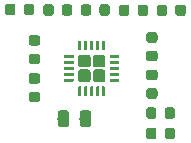
<source format=gtp>
G04 #@! TF.GenerationSoftware,KiCad,Pcbnew,(5.1.2)-1*
G04 #@! TF.CreationDate,2020-05-17T13:32:30+09:00*
G04 #@! TF.ProjectId,cs,63732e6b-6963-4616-945f-706362585858,v1.0*
G04 #@! TF.SameCoordinates,Original*
G04 #@! TF.FileFunction,Paste,Top*
G04 #@! TF.FilePolarity,Positive*
%FSLAX46Y46*%
G04 Gerber Fmt 4.6, Leading zero omitted, Abs format (unit mm)*
G04 Created by KiCad (PCBNEW (5.1.2)-1) date 2020-05-17 13:32:30*
%MOMM*%
%LPD*%
G04 APERTURE LIST*
%ADD10C,0.100000*%
%ADD11C,0.250000*%
%ADD12C,1.080000*%
%ADD13C,0.875000*%
%ADD14C,0.975000*%
G04 APERTURE END LIST*
D10*
G36*
X184293626Y-80875301D02*
G01*
X184299693Y-80876201D01*
X184305643Y-80877691D01*
X184311418Y-80879758D01*
X184316962Y-80882380D01*
X184322223Y-80885533D01*
X184327150Y-80889187D01*
X184331694Y-80893306D01*
X184335813Y-80897850D01*
X184339467Y-80902777D01*
X184342620Y-80908038D01*
X184345242Y-80913582D01*
X184347309Y-80919357D01*
X184348799Y-80925307D01*
X184349699Y-80931374D01*
X184350000Y-80937500D01*
X184350000Y-81062500D01*
X184349699Y-81068626D01*
X184348799Y-81074693D01*
X184347309Y-81080643D01*
X184345242Y-81086418D01*
X184342620Y-81091962D01*
X184339467Y-81097223D01*
X184335813Y-81102150D01*
X184331694Y-81106694D01*
X184327150Y-81110813D01*
X184322223Y-81114467D01*
X184316962Y-81117620D01*
X184311418Y-81120242D01*
X184305643Y-81122309D01*
X184299693Y-81123799D01*
X184293626Y-81124699D01*
X184287500Y-81125000D01*
X183587500Y-81125000D01*
X183581374Y-81124699D01*
X183575307Y-81123799D01*
X183569357Y-81122309D01*
X183563582Y-81120242D01*
X183558038Y-81117620D01*
X183552777Y-81114467D01*
X183547850Y-81110813D01*
X183543306Y-81106694D01*
X183539187Y-81102150D01*
X183535533Y-81097223D01*
X183532380Y-81091962D01*
X183529758Y-81086418D01*
X183527691Y-81080643D01*
X183526201Y-81074693D01*
X183525301Y-81068626D01*
X183525000Y-81062500D01*
X183525000Y-80937500D01*
X183525301Y-80931374D01*
X183526201Y-80925307D01*
X183527691Y-80919357D01*
X183529758Y-80913582D01*
X183532380Y-80908038D01*
X183535533Y-80902777D01*
X183539187Y-80897850D01*
X183543306Y-80893306D01*
X183547850Y-80889187D01*
X183552777Y-80885533D01*
X183558038Y-80882380D01*
X183563582Y-80879758D01*
X183569357Y-80877691D01*
X183575307Y-80876201D01*
X183581374Y-80875301D01*
X183587500Y-80875000D01*
X184287500Y-80875000D01*
X184293626Y-80875301D01*
X184293626Y-80875301D01*
G37*
D11*
X183937500Y-81000000D03*
D10*
G36*
X184293626Y-81375301D02*
G01*
X184299693Y-81376201D01*
X184305643Y-81377691D01*
X184311418Y-81379758D01*
X184316962Y-81382380D01*
X184322223Y-81385533D01*
X184327150Y-81389187D01*
X184331694Y-81393306D01*
X184335813Y-81397850D01*
X184339467Y-81402777D01*
X184342620Y-81408038D01*
X184345242Y-81413582D01*
X184347309Y-81419357D01*
X184348799Y-81425307D01*
X184349699Y-81431374D01*
X184350000Y-81437500D01*
X184350000Y-81562500D01*
X184349699Y-81568626D01*
X184348799Y-81574693D01*
X184347309Y-81580643D01*
X184345242Y-81586418D01*
X184342620Y-81591962D01*
X184339467Y-81597223D01*
X184335813Y-81602150D01*
X184331694Y-81606694D01*
X184327150Y-81610813D01*
X184322223Y-81614467D01*
X184316962Y-81617620D01*
X184311418Y-81620242D01*
X184305643Y-81622309D01*
X184299693Y-81623799D01*
X184293626Y-81624699D01*
X184287500Y-81625000D01*
X183587500Y-81625000D01*
X183581374Y-81624699D01*
X183575307Y-81623799D01*
X183569357Y-81622309D01*
X183563582Y-81620242D01*
X183558038Y-81617620D01*
X183552777Y-81614467D01*
X183547850Y-81610813D01*
X183543306Y-81606694D01*
X183539187Y-81602150D01*
X183535533Y-81597223D01*
X183532380Y-81591962D01*
X183529758Y-81586418D01*
X183527691Y-81580643D01*
X183526201Y-81574693D01*
X183525301Y-81568626D01*
X183525000Y-81562500D01*
X183525000Y-81437500D01*
X183525301Y-81431374D01*
X183526201Y-81425307D01*
X183527691Y-81419357D01*
X183529758Y-81413582D01*
X183532380Y-81408038D01*
X183535533Y-81402777D01*
X183539187Y-81397850D01*
X183543306Y-81393306D01*
X183547850Y-81389187D01*
X183552777Y-81385533D01*
X183558038Y-81382380D01*
X183563582Y-81379758D01*
X183569357Y-81377691D01*
X183575307Y-81376201D01*
X183581374Y-81375301D01*
X183587500Y-81375000D01*
X184287500Y-81375000D01*
X184293626Y-81375301D01*
X184293626Y-81375301D01*
G37*
D11*
X183937500Y-81500000D03*
D10*
G36*
X184293626Y-81875301D02*
G01*
X184299693Y-81876201D01*
X184305643Y-81877691D01*
X184311418Y-81879758D01*
X184316962Y-81882380D01*
X184322223Y-81885533D01*
X184327150Y-81889187D01*
X184331694Y-81893306D01*
X184335813Y-81897850D01*
X184339467Y-81902777D01*
X184342620Y-81908038D01*
X184345242Y-81913582D01*
X184347309Y-81919357D01*
X184348799Y-81925307D01*
X184349699Y-81931374D01*
X184350000Y-81937500D01*
X184350000Y-82062500D01*
X184349699Y-82068626D01*
X184348799Y-82074693D01*
X184347309Y-82080643D01*
X184345242Y-82086418D01*
X184342620Y-82091962D01*
X184339467Y-82097223D01*
X184335813Y-82102150D01*
X184331694Y-82106694D01*
X184327150Y-82110813D01*
X184322223Y-82114467D01*
X184316962Y-82117620D01*
X184311418Y-82120242D01*
X184305643Y-82122309D01*
X184299693Y-82123799D01*
X184293626Y-82124699D01*
X184287500Y-82125000D01*
X183587500Y-82125000D01*
X183581374Y-82124699D01*
X183575307Y-82123799D01*
X183569357Y-82122309D01*
X183563582Y-82120242D01*
X183558038Y-82117620D01*
X183552777Y-82114467D01*
X183547850Y-82110813D01*
X183543306Y-82106694D01*
X183539187Y-82102150D01*
X183535533Y-82097223D01*
X183532380Y-82091962D01*
X183529758Y-82086418D01*
X183527691Y-82080643D01*
X183526201Y-82074693D01*
X183525301Y-82068626D01*
X183525000Y-82062500D01*
X183525000Y-81937500D01*
X183525301Y-81931374D01*
X183526201Y-81925307D01*
X183527691Y-81919357D01*
X183529758Y-81913582D01*
X183532380Y-81908038D01*
X183535533Y-81902777D01*
X183539187Y-81897850D01*
X183543306Y-81893306D01*
X183547850Y-81889187D01*
X183552777Y-81885533D01*
X183558038Y-81882380D01*
X183563582Y-81879758D01*
X183569357Y-81877691D01*
X183575307Y-81876201D01*
X183581374Y-81875301D01*
X183587500Y-81875000D01*
X184287500Y-81875000D01*
X184293626Y-81875301D01*
X184293626Y-81875301D01*
G37*
D11*
X183937500Y-82000000D03*
D10*
G36*
X184293626Y-82375301D02*
G01*
X184299693Y-82376201D01*
X184305643Y-82377691D01*
X184311418Y-82379758D01*
X184316962Y-82382380D01*
X184322223Y-82385533D01*
X184327150Y-82389187D01*
X184331694Y-82393306D01*
X184335813Y-82397850D01*
X184339467Y-82402777D01*
X184342620Y-82408038D01*
X184345242Y-82413582D01*
X184347309Y-82419357D01*
X184348799Y-82425307D01*
X184349699Y-82431374D01*
X184350000Y-82437500D01*
X184350000Y-82562500D01*
X184349699Y-82568626D01*
X184348799Y-82574693D01*
X184347309Y-82580643D01*
X184345242Y-82586418D01*
X184342620Y-82591962D01*
X184339467Y-82597223D01*
X184335813Y-82602150D01*
X184331694Y-82606694D01*
X184327150Y-82610813D01*
X184322223Y-82614467D01*
X184316962Y-82617620D01*
X184311418Y-82620242D01*
X184305643Y-82622309D01*
X184299693Y-82623799D01*
X184293626Y-82624699D01*
X184287500Y-82625000D01*
X183587500Y-82625000D01*
X183581374Y-82624699D01*
X183575307Y-82623799D01*
X183569357Y-82622309D01*
X183563582Y-82620242D01*
X183558038Y-82617620D01*
X183552777Y-82614467D01*
X183547850Y-82610813D01*
X183543306Y-82606694D01*
X183539187Y-82602150D01*
X183535533Y-82597223D01*
X183532380Y-82591962D01*
X183529758Y-82586418D01*
X183527691Y-82580643D01*
X183526201Y-82574693D01*
X183525301Y-82568626D01*
X183525000Y-82562500D01*
X183525000Y-82437500D01*
X183525301Y-82431374D01*
X183526201Y-82425307D01*
X183527691Y-82419357D01*
X183529758Y-82413582D01*
X183532380Y-82408038D01*
X183535533Y-82402777D01*
X183539187Y-82397850D01*
X183543306Y-82393306D01*
X183547850Y-82389187D01*
X183552777Y-82385533D01*
X183558038Y-82382380D01*
X183563582Y-82379758D01*
X183569357Y-82377691D01*
X183575307Y-82376201D01*
X183581374Y-82375301D01*
X183587500Y-82375000D01*
X184287500Y-82375000D01*
X184293626Y-82375301D01*
X184293626Y-82375301D01*
G37*
D11*
X183937500Y-82500000D03*
D10*
G36*
X184293626Y-82875301D02*
G01*
X184299693Y-82876201D01*
X184305643Y-82877691D01*
X184311418Y-82879758D01*
X184316962Y-82882380D01*
X184322223Y-82885533D01*
X184327150Y-82889187D01*
X184331694Y-82893306D01*
X184335813Y-82897850D01*
X184339467Y-82902777D01*
X184342620Y-82908038D01*
X184345242Y-82913582D01*
X184347309Y-82919357D01*
X184348799Y-82925307D01*
X184349699Y-82931374D01*
X184350000Y-82937500D01*
X184350000Y-83062500D01*
X184349699Y-83068626D01*
X184348799Y-83074693D01*
X184347309Y-83080643D01*
X184345242Y-83086418D01*
X184342620Y-83091962D01*
X184339467Y-83097223D01*
X184335813Y-83102150D01*
X184331694Y-83106694D01*
X184327150Y-83110813D01*
X184322223Y-83114467D01*
X184316962Y-83117620D01*
X184311418Y-83120242D01*
X184305643Y-83122309D01*
X184299693Y-83123799D01*
X184293626Y-83124699D01*
X184287500Y-83125000D01*
X183587500Y-83125000D01*
X183581374Y-83124699D01*
X183575307Y-83123799D01*
X183569357Y-83122309D01*
X183563582Y-83120242D01*
X183558038Y-83117620D01*
X183552777Y-83114467D01*
X183547850Y-83110813D01*
X183543306Y-83106694D01*
X183539187Y-83102150D01*
X183535533Y-83097223D01*
X183532380Y-83091962D01*
X183529758Y-83086418D01*
X183527691Y-83080643D01*
X183526201Y-83074693D01*
X183525301Y-83068626D01*
X183525000Y-83062500D01*
X183525000Y-82937500D01*
X183525301Y-82931374D01*
X183526201Y-82925307D01*
X183527691Y-82919357D01*
X183529758Y-82913582D01*
X183532380Y-82908038D01*
X183535533Y-82902777D01*
X183539187Y-82897850D01*
X183543306Y-82893306D01*
X183547850Y-82889187D01*
X183552777Y-82885533D01*
X183558038Y-82882380D01*
X183563582Y-82879758D01*
X183569357Y-82877691D01*
X183575307Y-82876201D01*
X183581374Y-82875301D01*
X183587500Y-82875000D01*
X184287500Y-82875000D01*
X184293626Y-82875301D01*
X184293626Y-82875301D01*
G37*
D11*
X183937500Y-83000000D03*
D10*
G36*
X183068626Y-83525301D02*
G01*
X183074693Y-83526201D01*
X183080643Y-83527691D01*
X183086418Y-83529758D01*
X183091962Y-83532380D01*
X183097223Y-83535533D01*
X183102150Y-83539187D01*
X183106694Y-83543306D01*
X183110813Y-83547850D01*
X183114467Y-83552777D01*
X183117620Y-83558038D01*
X183120242Y-83563582D01*
X183122309Y-83569357D01*
X183123799Y-83575307D01*
X183124699Y-83581374D01*
X183125000Y-83587500D01*
X183125000Y-84287500D01*
X183124699Y-84293626D01*
X183123799Y-84299693D01*
X183122309Y-84305643D01*
X183120242Y-84311418D01*
X183117620Y-84316962D01*
X183114467Y-84322223D01*
X183110813Y-84327150D01*
X183106694Y-84331694D01*
X183102150Y-84335813D01*
X183097223Y-84339467D01*
X183091962Y-84342620D01*
X183086418Y-84345242D01*
X183080643Y-84347309D01*
X183074693Y-84348799D01*
X183068626Y-84349699D01*
X183062500Y-84350000D01*
X182937500Y-84350000D01*
X182931374Y-84349699D01*
X182925307Y-84348799D01*
X182919357Y-84347309D01*
X182913582Y-84345242D01*
X182908038Y-84342620D01*
X182902777Y-84339467D01*
X182897850Y-84335813D01*
X182893306Y-84331694D01*
X182889187Y-84327150D01*
X182885533Y-84322223D01*
X182882380Y-84316962D01*
X182879758Y-84311418D01*
X182877691Y-84305643D01*
X182876201Y-84299693D01*
X182875301Y-84293626D01*
X182875000Y-84287500D01*
X182875000Y-83587500D01*
X182875301Y-83581374D01*
X182876201Y-83575307D01*
X182877691Y-83569357D01*
X182879758Y-83563582D01*
X182882380Y-83558038D01*
X182885533Y-83552777D01*
X182889187Y-83547850D01*
X182893306Y-83543306D01*
X182897850Y-83539187D01*
X182902777Y-83535533D01*
X182908038Y-83532380D01*
X182913582Y-83529758D01*
X182919357Y-83527691D01*
X182925307Y-83526201D01*
X182931374Y-83525301D01*
X182937500Y-83525000D01*
X183062500Y-83525000D01*
X183068626Y-83525301D01*
X183068626Y-83525301D01*
G37*
D11*
X183000000Y-83937500D03*
D10*
G36*
X182568626Y-83525301D02*
G01*
X182574693Y-83526201D01*
X182580643Y-83527691D01*
X182586418Y-83529758D01*
X182591962Y-83532380D01*
X182597223Y-83535533D01*
X182602150Y-83539187D01*
X182606694Y-83543306D01*
X182610813Y-83547850D01*
X182614467Y-83552777D01*
X182617620Y-83558038D01*
X182620242Y-83563582D01*
X182622309Y-83569357D01*
X182623799Y-83575307D01*
X182624699Y-83581374D01*
X182625000Y-83587500D01*
X182625000Y-84287500D01*
X182624699Y-84293626D01*
X182623799Y-84299693D01*
X182622309Y-84305643D01*
X182620242Y-84311418D01*
X182617620Y-84316962D01*
X182614467Y-84322223D01*
X182610813Y-84327150D01*
X182606694Y-84331694D01*
X182602150Y-84335813D01*
X182597223Y-84339467D01*
X182591962Y-84342620D01*
X182586418Y-84345242D01*
X182580643Y-84347309D01*
X182574693Y-84348799D01*
X182568626Y-84349699D01*
X182562500Y-84350000D01*
X182437500Y-84350000D01*
X182431374Y-84349699D01*
X182425307Y-84348799D01*
X182419357Y-84347309D01*
X182413582Y-84345242D01*
X182408038Y-84342620D01*
X182402777Y-84339467D01*
X182397850Y-84335813D01*
X182393306Y-84331694D01*
X182389187Y-84327150D01*
X182385533Y-84322223D01*
X182382380Y-84316962D01*
X182379758Y-84311418D01*
X182377691Y-84305643D01*
X182376201Y-84299693D01*
X182375301Y-84293626D01*
X182375000Y-84287500D01*
X182375000Y-83587500D01*
X182375301Y-83581374D01*
X182376201Y-83575307D01*
X182377691Y-83569357D01*
X182379758Y-83563582D01*
X182382380Y-83558038D01*
X182385533Y-83552777D01*
X182389187Y-83547850D01*
X182393306Y-83543306D01*
X182397850Y-83539187D01*
X182402777Y-83535533D01*
X182408038Y-83532380D01*
X182413582Y-83529758D01*
X182419357Y-83527691D01*
X182425307Y-83526201D01*
X182431374Y-83525301D01*
X182437500Y-83525000D01*
X182562500Y-83525000D01*
X182568626Y-83525301D01*
X182568626Y-83525301D01*
G37*
D11*
X182500000Y-83937500D03*
D10*
G36*
X182068626Y-83525301D02*
G01*
X182074693Y-83526201D01*
X182080643Y-83527691D01*
X182086418Y-83529758D01*
X182091962Y-83532380D01*
X182097223Y-83535533D01*
X182102150Y-83539187D01*
X182106694Y-83543306D01*
X182110813Y-83547850D01*
X182114467Y-83552777D01*
X182117620Y-83558038D01*
X182120242Y-83563582D01*
X182122309Y-83569357D01*
X182123799Y-83575307D01*
X182124699Y-83581374D01*
X182125000Y-83587500D01*
X182125000Y-84287500D01*
X182124699Y-84293626D01*
X182123799Y-84299693D01*
X182122309Y-84305643D01*
X182120242Y-84311418D01*
X182117620Y-84316962D01*
X182114467Y-84322223D01*
X182110813Y-84327150D01*
X182106694Y-84331694D01*
X182102150Y-84335813D01*
X182097223Y-84339467D01*
X182091962Y-84342620D01*
X182086418Y-84345242D01*
X182080643Y-84347309D01*
X182074693Y-84348799D01*
X182068626Y-84349699D01*
X182062500Y-84350000D01*
X181937500Y-84350000D01*
X181931374Y-84349699D01*
X181925307Y-84348799D01*
X181919357Y-84347309D01*
X181913582Y-84345242D01*
X181908038Y-84342620D01*
X181902777Y-84339467D01*
X181897850Y-84335813D01*
X181893306Y-84331694D01*
X181889187Y-84327150D01*
X181885533Y-84322223D01*
X181882380Y-84316962D01*
X181879758Y-84311418D01*
X181877691Y-84305643D01*
X181876201Y-84299693D01*
X181875301Y-84293626D01*
X181875000Y-84287500D01*
X181875000Y-83587500D01*
X181875301Y-83581374D01*
X181876201Y-83575307D01*
X181877691Y-83569357D01*
X181879758Y-83563582D01*
X181882380Y-83558038D01*
X181885533Y-83552777D01*
X181889187Y-83547850D01*
X181893306Y-83543306D01*
X181897850Y-83539187D01*
X181902777Y-83535533D01*
X181908038Y-83532380D01*
X181913582Y-83529758D01*
X181919357Y-83527691D01*
X181925307Y-83526201D01*
X181931374Y-83525301D01*
X181937500Y-83525000D01*
X182062500Y-83525000D01*
X182068626Y-83525301D01*
X182068626Y-83525301D01*
G37*
D11*
X182000000Y-83937500D03*
D10*
G36*
X181568626Y-83525301D02*
G01*
X181574693Y-83526201D01*
X181580643Y-83527691D01*
X181586418Y-83529758D01*
X181591962Y-83532380D01*
X181597223Y-83535533D01*
X181602150Y-83539187D01*
X181606694Y-83543306D01*
X181610813Y-83547850D01*
X181614467Y-83552777D01*
X181617620Y-83558038D01*
X181620242Y-83563582D01*
X181622309Y-83569357D01*
X181623799Y-83575307D01*
X181624699Y-83581374D01*
X181625000Y-83587500D01*
X181625000Y-84287500D01*
X181624699Y-84293626D01*
X181623799Y-84299693D01*
X181622309Y-84305643D01*
X181620242Y-84311418D01*
X181617620Y-84316962D01*
X181614467Y-84322223D01*
X181610813Y-84327150D01*
X181606694Y-84331694D01*
X181602150Y-84335813D01*
X181597223Y-84339467D01*
X181591962Y-84342620D01*
X181586418Y-84345242D01*
X181580643Y-84347309D01*
X181574693Y-84348799D01*
X181568626Y-84349699D01*
X181562500Y-84350000D01*
X181437500Y-84350000D01*
X181431374Y-84349699D01*
X181425307Y-84348799D01*
X181419357Y-84347309D01*
X181413582Y-84345242D01*
X181408038Y-84342620D01*
X181402777Y-84339467D01*
X181397850Y-84335813D01*
X181393306Y-84331694D01*
X181389187Y-84327150D01*
X181385533Y-84322223D01*
X181382380Y-84316962D01*
X181379758Y-84311418D01*
X181377691Y-84305643D01*
X181376201Y-84299693D01*
X181375301Y-84293626D01*
X181375000Y-84287500D01*
X181375000Y-83587500D01*
X181375301Y-83581374D01*
X181376201Y-83575307D01*
X181377691Y-83569357D01*
X181379758Y-83563582D01*
X181382380Y-83558038D01*
X181385533Y-83552777D01*
X181389187Y-83547850D01*
X181393306Y-83543306D01*
X181397850Y-83539187D01*
X181402777Y-83535533D01*
X181408038Y-83532380D01*
X181413582Y-83529758D01*
X181419357Y-83527691D01*
X181425307Y-83526201D01*
X181431374Y-83525301D01*
X181437500Y-83525000D01*
X181562500Y-83525000D01*
X181568626Y-83525301D01*
X181568626Y-83525301D01*
G37*
D11*
X181500000Y-83937500D03*
D10*
G36*
X181068626Y-83525301D02*
G01*
X181074693Y-83526201D01*
X181080643Y-83527691D01*
X181086418Y-83529758D01*
X181091962Y-83532380D01*
X181097223Y-83535533D01*
X181102150Y-83539187D01*
X181106694Y-83543306D01*
X181110813Y-83547850D01*
X181114467Y-83552777D01*
X181117620Y-83558038D01*
X181120242Y-83563582D01*
X181122309Y-83569357D01*
X181123799Y-83575307D01*
X181124699Y-83581374D01*
X181125000Y-83587500D01*
X181125000Y-84287500D01*
X181124699Y-84293626D01*
X181123799Y-84299693D01*
X181122309Y-84305643D01*
X181120242Y-84311418D01*
X181117620Y-84316962D01*
X181114467Y-84322223D01*
X181110813Y-84327150D01*
X181106694Y-84331694D01*
X181102150Y-84335813D01*
X181097223Y-84339467D01*
X181091962Y-84342620D01*
X181086418Y-84345242D01*
X181080643Y-84347309D01*
X181074693Y-84348799D01*
X181068626Y-84349699D01*
X181062500Y-84350000D01*
X180937500Y-84350000D01*
X180931374Y-84349699D01*
X180925307Y-84348799D01*
X180919357Y-84347309D01*
X180913582Y-84345242D01*
X180908038Y-84342620D01*
X180902777Y-84339467D01*
X180897850Y-84335813D01*
X180893306Y-84331694D01*
X180889187Y-84327150D01*
X180885533Y-84322223D01*
X180882380Y-84316962D01*
X180879758Y-84311418D01*
X180877691Y-84305643D01*
X180876201Y-84299693D01*
X180875301Y-84293626D01*
X180875000Y-84287500D01*
X180875000Y-83587500D01*
X180875301Y-83581374D01*
X180876201Y-83575307D01*
X180877691Y-83569357D01*
X180879758Y-83563582D01*
X180882380Y-83558038D01*
X180885533Y-83552777D01*
X180889187Y-83547850D01*
X180893306Y-83543306D01*
X180897850Y-83539187D01*
X180902777Y-83535533D01*
X180908038Y-83532380D01*
X180913582Y-83529758D01*
X180919357Y-83527691D01*
X180925307Y-83526201D01*
X180931374Y-83525301D01*
X180937500Y-83525000D01*
X181062500Y-83525000D01*
X181068626Y-83525301D01*
X181068626Y-83525301D01*
G37*
D11*
X181000000Y-83937500D03*
D10*
G36*
X180418626Y-82875301D02*
G01*
X180424693Y-82876201D01*
X180430643Y-82877691D01*
X180436418Y-82879758D01*
X180441962Y-82882380D01*
X180447223Y-82885533D01*
X180452150Y-82889187D01*
X180456694Y-82893306D01*
X180460813Y-82897850D01*
X180464467Y-82902777D01*
X180467620Y-82908038D01*
X180470242Y-82913582D01*
X180472309Y-82919357D01*
X180473799Y-82925307D01*
X180474699Y-82931374D01*
X180475000Y-82937500D01*
X180475000Y-83062500D01*
X180474699Y-83068626D01*
X180473799Y-83074693D01*
X180472309Y-83080643D01*
X180470242Y-83086418D01*
X180467620Y-83091962D01*
X180464467Y-83097223D01*
X180460813Y-83102150D01*
X180456694Y-83106694D01*
X180452150Y-83110813D01*
X180447223Y-83114467D01*
X180441962Y-83117620D01*
X180436418Y-83120242D01*
X180430643Y-83122309D01*
X180424693Y-83123799D01*
X180418626Y-83124699D01*
X180412500Y-83125000D01*
X179712500Y-83125000D01*
X179706374Y-83124699D01*
X179700307Y-83123799D01*
X179694357Y-83122309D01*
X179688582Y-83120242D01*
X179683038Y-83117620D01*
X179677777Y-83114467D01*
X179672850Y-83110813D01*
X179668306Y-83106694D01*
X179664187Y-83102150D01*
X179660533Y-83097223D01*
X179657380Y-83091962D01*
X179654758Y-83086418D01*
X179652691Y-83080643D01*
X179651201Y-83074693D01*
X179650301Y-83068626D01*
X179650000Y-83062500D01*
X179650000Y-82937500D01*
X179650301Y-82931374D01*
X179651201Y-82925307D01*
X179652691Y-82919357D01*
X179654758Y-82913582D01*
X179657380Y-82908038D01*
X179660533Y-82902777D01*
X179664187Y-82897850D01*
X179668306Y-82893306D01*
X179672850Y-82889187D01*
X179677777Y-82885533D01*
X179683038Y-82882380D01*
X179688582Y-82879758D01*
X179694357Y-82877691D01*
X179700307Y-82876201D01*
X179706374Y-82875301D01*
X179712500Y-82875000D01*
X180412500Y-82875000D01*
X180418626Y-82875301D01*
X180418626Y-82875301D01*
G37*
D11*
X180062500Y-83000000D03*
D10*
G36*
X180418626Y-82375301D02*
G01*
X180424693Y-82376201D01*
X180430643Y-82377691D01*
X180436418Y-82379758D01*
X180441962Y-82382380D01*
X180447223Y-82385533D01*
X180452150Y-82389187D01*
X180456694Y-82393306D01*
X180460813Y-82397850D01*
X180464467Y-82402777D01*
X180467620Y-82408038D01*
X180470242Y-82413582D01*
X180472309Y-82419357D01*
X180473799Y-82425307D01*
X180474699Y-82431374D01*
X180475000Y-82437500D01*
X180475000Y-82562500D01*
X180474699Y-82568626D01*
X180473799Y-82574693D01*
X180472309Y-82580643D01*
X180470242Y-82586418D01*
X180467620Y-82591962D01*
X180464467Y-82597223D01*
X180460813Y-82602150D01*
X180456694Y-82606694D01*
X180452150Y-82610813D01*
X180447223Y-82614467D01*
X180441962Y-82617620D01*
X180436418Y-82620242D01*
X180430643Y-82622309D01*
X180424693Y-82623799D01*
X180418626Y-82624699D01*
X180412500Y-82625000D01*
X179712500Y-82625000D01*
X179706374Y-82624699D01*
X179700307Y-82623799D01*
X179694357Y-82622309D01*
X179688582Y-82620242D01*
X179683038Y-82617620D01*
X179677777Y-82614467D01*
X179672850Y-82610813D01*
X179668306Y-82606694D01*
X179664187Y-82602150D01*
X179660533Y-82597223D01*
X179657380Y-82591962D01*
X179654758Y-82586418D01*
X179652691Y-82580643D01*
X179651201Y-82574693D01*
X179650301Y-82568626D01*
X179650000Y-82562500D01*
X179650000Y-82437500D01*
X179650301Y-82431374D01*
X179651201Y-82425307D01*
X179652691Y-82419357D01*
X179654758Y-82413582D01*
X179657380Y-82408038D01*
X179660533Y-82402777D01*
X179664187Y-82397850D01*
X179668306Y-82393306D01*
X179672850Y-82389187D01*
X179677777Y-82385533D01*
X179683038Y-82382380D01*
X179688582Y-82379758D01*
X179694357Y-82377691D01*
X179700307Y-82376201D01*
X179706374Y-82375301D01*
X179712500Y-82375000D01*
X180412500Y-82375000D01*
X180418626Y-82375301D01*
X180418626Y-82375301D01*
G37*
D11*
X180062500Y-82500000D03*
D10*
G36*
X180418626Y-81875301D02*
G01*
X180424693Y-81876201D01*
X180430643Y-81877691D01*
X180436418Y-81879758D01*
X180441962Y-81882380D01*
X180447223Y-81885533D01*
X180452150Y-81889187D01*
X180456694Y-81893306D01*
X180460813Y-81897850D01*
X180464467Y-81902777D01*
X180467620Y-81908038D01*
X180470242Y-81913582D01*
X180472309Y-81919357D01*
X180473799Y-81925307D01*
X180474699Y-81931374D01*
X180475000Y-81937500D01*
X180475000Y-82062500D01*
X180474699Y-82068626D01*
X180473799Y-82074693D01*
X180472309Y-82080643D01*
X180470242Y-82086418D01*
X180467620Y-82091962D01*
X180464467Y-82097223D01*
X180460813Y-82102150D01*
X180456694Y-82106694D01*
X180452150Y-82110813D01*
X180447223Y-82114467D01*
X180441962Y-82117620D01*
X180436418Y-82120242D01*
X180430643Y-82122309D01*
X180424693Y-82123799D01*
X180418626Y-82124699D01*
X180412500Y-82125000D01*
X179712500Y-82125000D01*
X179706374Y-82124699D01*
X179700307Y-82123799D01*
X179694357Y-82122309D01*
X179688582Y-82120242D01*
X179683038Y-82117620D01*
X179677777Y-82114467D01*
X179672850Y-82110813D01*
X179668306Y-82106694D01*
X179664187Y-82102150D01*
X179660533Y-82097223D01*
X179657380Y-82091962D01*
X179654758Y-82086418D01*
X179652691Y-82080643D01*
X179651201Y-82074693D01*
X179650301Y-82068626D01*
X179650000Y-82062500D01*
X179650000Y-81937500D01*
X179650301Y-81931374D01*
X179651201Y-81925307D01*
X179652691Y-81919357D01*
X179654758Y-81913582D01*
X179657380Y-81908038D01*
X179660533Y-81902777D01*
X179664187Y-81897850D01*
X179668306Y-81893306D01*
X179672850Y-81889187D01*
X179677777Y-81885533D01*
X179683038Y-81882380D01*
X179688582Y-81879758D01*
X179694357Y-81877691D01*
X179700307Y-81876201D01*
X179706374Y-81875301D01*
X179712500Y-81875000D01*
X180412500Y-81875000D01*
X180418626Y-81875301D01*
X180418626Y-81875301D01*
G37*
D11*
X180062500Y-82000000D03*
D10*
G36*
X180418626Y-81375301D02*
G01*
X180424693Y-81376201D01*
X180430643Y-81377691D01*
X180436418Y-81379758D01*
X180441962Y-81382380D01*
X180447223Y-81385533D01*
X180452150Y-81389187D01*
X180456694Y-81393306D01*
X180460813Y-81397850D01*
X180464467Y-81402777D01*
X180467620Y-81408038D01*
X180470242Y-81413582D01*
X180472309Y-81419357D01*
X180473799Y-81425307D01*
X180474699Y-81431374D01*
X180475000Y-81437500D01*
X180475000Y-81562500D01*
X180474699Y-81568626D01*
X180473799Y-81574693D01*
X180472309Y-81580643D01*
X180470242Y-81586418D01*
X180467620Y-81591962D01*
X180464467Y-81597223D01*
X180460813Y-81602150D01*
X180456694Y-81606694D01*
X180452150Y-81610813D01*
X180447223Y-81614467D01*
X180441962Y-81617620D01*
X180436418Y-81620242D01*
X180430643Y-81622309D01*
X180424693Y-81623799D01*
X180418626Y-81624699D01*
X180412500Y-81625000D01*
X179712500Y-81625000D01*
X179706374Y-81624699D01*
X179700307Y-81623799D01*
X179694357Y-81622309D01*
X179688582Y-81620242D01*
X179683038Y-81617620D01*
X179677777Y-81614467D01*
X179672850Y-81610813D01*
X179668306Y-81606694D01*
X179664187Y-81602150D01*
X179660533Y-81597223D01*
X179657380Y-81591962D01*
X179654758Y-81586418D01*
X179652691Y-81580643D01*
X179651201Y-81574693D01*
X179650301Y-81568626D01*
X179650000Y-81562500D01*
X179650000Y-81437500D01*
X179650301Y-81431374D01*
X179651201Y-81425307D01*
X179652691Y-81419357D01*
X179654758Y-81413582D01*
X179657380Y-81408038D01*
X179660533Y-81402777D01*
X179664187Y-81397850D01*
X179668306Y-81393306D01*
X179672850Y-81389187D01*
X179677777Y-81385533D01*
X179683038Y-81382380D01*
X179688582Y-81379758D01*
X179694357Y-81377691D01*
X179700307Y-81376201D01*
X179706374Y-81375301D01*
X179712500Y-81375000D01*
X180412500Y-81375000D01*
X180418626Y-81375301D01*
X180418626Y-81375301D01*
G37*
D11*
X180062500Y-81500000D03*
D10*
G36*
X180418626Y-80875301D02*
G01*
X180424693Y-80876201D01*
X180430643Y-80877691D01*
X180436418Y-80879758D01*
X180441962Y-80882380D01*
X180447223Y-80885533D01*
X180452150Y-80889187D01*
X180456694Y-80893306D01*
X180460813Y-80897850D01*
X180464467Y-80902777D01*
X180467620Y-80908038D01*
X180470242Y-80913582D01*
X180472309Y-80919357D01*
X180473799Y-80925307D01*
X180474699Y-80931374D01*
X180475000Y-80937500D01*
X180475000Y-81062500D01*
X180474699Y-81068626D01*
X180473799Y-81074693D01*
X180472309Y-81080643D01*
X180470242Y-81086418D01*
X180467620Y-81091962D01*
X180464467Y-81097223D01*
X180460813Y-81102150D01*
X180456694Y-81106694D01*
X180452150Y-81110813D01*
X180447223Y-81114467D01*
X180441962Y-81117620D01*
X180436418Y-81120242D01*
X180430643Y-81122309D01*
X180424693Y-81123799D01*
X180418626Y-81124699D01*
X180412500Y-81125000D01*
X179712500Y-81125000D01*
X179706374Y-81124699D01*
X179700307Y-81123799D01*
X179694357Y-81122309D01*
X179688582Y-81120242D01*
X179683038Y-81117620D01*
X179677777Y-81114467D01*
X179672850Y-81110813D01*
X179668306Y-81106694D01*
X179664187Y-81102150D01*
X179660533Y-81097223D01*
X179657380Y-81091962D01*
X179654758Y-81086418D01*
X179652691Y-81080643D01*
X179651201Y-81074693D01*
X179650301Y-81068626D01*
X179650000Y-81062500D01*
X179650000Y-80937500D01*
X179650301Y-80931374D01*
X179651201Y-80925307D01*
X179652691Y-80919357D01*
X179654758Y-80913582D01*
X179657380Y-80908038D01*
X179660533Y-80902777D01*
X179664187Y-80897850D01*
X179668306Y-80893306D01*
X179672850Y-80889187D01*
X179677777Y-80885533D01*
X179683038Y-80882380D01*
X179688582Y-80879758D01*
X179694357Y-80877691D01*
X179700307Y-80876201D01*
X179706374Y-80875301D01*
X179712500Y-80875000D01*
X180412500Y-80875000D01*
X180418626Y-80875301D01*
X180418626Y-80875301D01*
G37*
D11*
X180062500Y-81000000D03*
D10*
G36*
X181068626Y-79650301D02*
G01*
X181074693Y-79651201D01*
X181080643Y-79652691D01*
X181086418Y-79654758D01*
X181091962Y-79657380D01*
X181097223Y-79660533D01*
X181102150Y-79664187D01*
X181106694Y-79668306D01*
X181110813Y-79672850D01*
X181114467Y-79677777D01*
X181117620Y-79683038D01*
X181120242Y-79688582D01*
X181122309Y-79694357D01*
X181123799Y-79700307D01*
X181124699Y-79706374D01*
X181125000Y-79712500D01*
X181125000Y-80412500D01*
X181124699Y-80418626D01*
X181123799Y-80424693D01*
X181122309Y-80430643D01*
X181120242Y-80436418D01*
X181117620Y-80441962D01*
X181114467Y-80447223D01*
X181110813Y-80452150D01*
X181106694Y-80456694D01*
X181102150Y-80460813D01*
X181097223Y-80464467D01*
X181091962Y-80467620D01*
X181086418Y-80470242D01*
X181080643Y-80472309D01*
X181074693Y-80473799D01*
X181068626Y-80474699D01*
X181062500Y-80475000D01*
X180937500Y-80475000D01*
X180931374Y-80474699D01*
X180925307Y-80473799D01*
X180919357Y-80472309D01*
X180913582Y-80470242D01*
X180908038Y-80467620D01*
X180902777Y-80464467D01*
X180897850Y-80460813D01*
X180893306Y-80456694D01*
X180889187Y-80452150D01*
X180885533Y-80447223D01*
X180882380Y-80441962D01*
X180879758Y-80436418D01*
X180877691Y-80430643D01*
X180876201Y-80424693D01*
X180875301Y-80418626D01*
X180875000Y-80412500D01*
X180875000Y-79712500D01*
X180875301Y-79706374D01*
X180876201Y-79700307D01*
X180877691Y-79694357D01*
X180879758Y-79688582D01*
X180882380Y-79683038D01*
X180885533Y-79677777D01*
X180889187Y-79672850D01*
X180893306Y-79668306D01*
X180897850Y-79664187D01*
X180902777Y-79660533D01*
X180908038Y-79657380D01*
X180913582Y-79654758D01*
X180919357Y-79652691D01*
X180925307Y-79651201D01*
X180931374Y-79650301D01*
X180937500Y-79650000D01*
X181062500Y-79650000D01*
X181068626Y-79650301D01*
X181068626Y-79650301D01*
G37*
D11*
X181000000Y-80062500D03*
D10*
G36*
X181568626Y-79650301D02*
G01*
X181574693Y-79651201D01*
X181580643Y-79652691D01*
X181586418Y-79654758D01*
X181591962Y-79657380D01*
X181597223Y-79660533D01*
X181602150Y-79664187D01*
X181606694Y-79668306D01*
X181610813Y-79672850D01*
X181614467Y-79677777D01*
X181617620Y-79683038D01*
X181620242Y-79688582D01*
X181622309Y-79694357D01*
X181623799Y-79700307D01*
X181624699Y-79706374D01*
X181625000Y-79712500D01*
X181625000Y-80412500D01*
X181624699Y-80418626D01*
X181623799Y-80424693D01*
X181622309Y-80430643D01*
X181620242Y-80436418D01*
X181617620Y-80441962D01*
X181614467Y-80447223D01*
X181610813Y-80452150D01*
X181606694Y-80456694D01*
X181602150Y-80460813D01*
X181597223Y-80464467D01*
X181591962Y-80467620D01*
X181586418Y-80470242D01*
X181580643Y-80472309D01*
X181574693Y-80473799D01*
X181568626Y-80474699D01*
X181562500Y-80475000D01*
X181437500Y-80475000D01*
X181431374Y-80474699D01*
X181425307Y-80473799D01*
X181419357Y-80472309D01*
X181413582Y-80470242D01*
X181408038Y-80467620D01*
X181402777Y-80464467D01*
X181397850Y-80460813D01*
X181393306Y-80456694D01*
X181389187Y-80452150D01*
X181385533Y-80447223D01*
X181382380Y-80441962D01*
X181379758Y-80436418D01*
X181377691Y-80430643D01*
X181376201Y-80424693D01*
X181375301Y-80418626D01*
X181375000Y-80412500D01*
X181375000Y-79712500D01*
X181375301Y-79706374D01*
X181376201Y-79700307D01*
X181377691Y-79694357D01*
X181379758Y-79688582D01*
X181382380Y-79683038D01*
X181385533Y-79677777D01*
X181389187Y-79672850D01*
X181393306Y-79668306D01*
X181397850Y-79664187D01*
X181402777Y-79660533D01*
X181408038Y-79657380D01*
X181413582Y-79654758D01*
X181419357Y-79652691D01*
X181425307Y-79651201D01*
X181431374Y-79650301D01*
X181437500Y-79650000D01*
X181562500Y-79650000D01*
X181568626Y-79650301D01*
X181568626Y-79650301D01*
G37*
D11*
X181500000Y-80062500D03*
D10*
G36*
X182068626Y-79650301D02*
G01*
X182074693Y-79651201D01*
X182080643Y-79652691D01*
X182086418Y-79654758D01*
X182091962Y-79657380D01*
X182097223Y-79660533D01*
X182102150Y-79664187D01*
X182106694Y-79668306D01*
X182110813Y-79672850D01*
X182114467Y-79677777D01*
X182117620Y-79683038D01*
X182120242Y-79688582D01*
X182122309Y-79694357D01*
X182123799Y-79700307D01*
X182124699Y-79706374D01*
X182125000Y-79712500D01*
X182125000Y-80412500D01*
X182124699Y-80418626D01*
X182123799Y-80424693D01*
X182122309Y-80430643D01*
X182120242Y-80436418D01*
X182117620Y-80441962D01*
X182114467Y-80447223D01*
X182110813Y-80452150D01*
X182106694Y-80456694D01*
X182102150Y-80460813D01*
X182097223Y-80464467D01*
X182091962Y-80467620D01*
X182086418Y-80470242D01*
X182080643Y-80472309D01*
X182074693Y-80473799D01*
X182068626Y-80474699D01*
X182062500Y-80475000D01*
X181937500Y-80475000D01*
X181931374Y-80474699D01*
X181925307Y-80473799D01*
X181919357Y-80472309D01*
X181913582Y-80470242D01*
X181908038Y-80467620D01*
X181902777Y-80464467D01*
X181897850Y-80460813D01*
X181893306Y-80456694D01*
X181889187Y-80452150D01*
X181885533Y-80447223D01*
X181882380Y-80441962D01*
X181879758Y-80436418D01*
X181877691Y-80430643D01*
X181876201Y-80424693D01*
X181875301Y-80418626D01*
X181875000Y-80412500D01*
X181875000Y-79712500D01*
X181875301Y-79706374D01*
X181876201Y-79700307D01*
X181877691Y-79694357D01*
X181879758Y-79688582D01*
X181882380Y-79683038D01*
X181885533Y-79677777D01*
X181889187Y-79672850D01*
X181893306Y-79668306D01*
X181897850Y-79664187D01*
X181902777Y-79660533D01*
X181908038Y-79657380D01*
X181913582Y-79654758D01*
X181919357Y-79652691D01*
X181925307Y-79651201D01*
X181931374Y-79650301D01*
X181937500Y-79650000D01*
X182062500Y-79650000D01*
X182068626Y-79650301D01*
X182068626Y-79650301D01*
G37*
D11*
X182000000Y-80062500D03*
D10*
G36*
X182568626Y-79650301D02*
G01*
X182574693Y-79651201D01*
X182580643Y-79652691D01*
X182586418Y-79654758D01*
X182591962Y-79657380D01*
X182597223Y-79660533D01*
X182602150Y-79664187D01*
X182606694Y-79668306D01*
X182610813Y-79672850D01*
X182614467Y-79677777D01*
X182617620Y-79683038D01*
X182620242Y-79688582D01*
X182622309Y-79694357D01*
X182623799Y-79700307D01*
X182624699Y-79706374D01*
X182625000Y-79712500D01*
X182625000Y-80412500D01*
X182624699Y-80418626D01*
X182623799Y-80424693D01*
X182622309Y-80430643D01*
X182620242Y-80436418D01*
X182617620Y-80441962D01*
X182614467Y-80447223D01*
X182610813Y-80452150D01*
X182606694Y-80456694D01*
X182602150Y-80460813D01*
X182597223Y-80464467D01*
X182591962Y-80467620D01*
X182586418Y-80470242D01*
X182580643Y-80472309D01*
X182574693Y-80473799D01*
X182568626Y-80474699D01*
X182562500Y-80475000D01*
X182437500Y-80475000D01*
X182431374Y-80474699D01*
X182425307Y-80473799D01*
X182419357Y-80472309D01*
X182413582Y-80470242D01*
X182408038Y-80467620D01*
X182402777Y-80464467D01*
X182397850Y-80460813D01*
X182393306Y-80456694D01*
X182389187Y-80452150D01*
X182385533Y-80447223D01*
X182382380Y-80441962D01*
X182379758Y-80436418D01*
X182377691Y-80430643D01*
X182376201Y-80424693D01*
X182375301Y-80418626D01*
X182375000Y-80412500D01*
X182375000Y-79712500D01*
X182375301Y-79706374D01*
X182376201Y-79700307D01*
X182377691Y-79694357D01*
X182379758Y-79688582D01*
X182382380Y-79683038D01*
X182385533Y-79677777D01*
X182389187Y-79672850D01*
X182393306Y-79668306D01*
X182397850Y-79664187D01*
X182402777Y-79660533D01*
X182408038Y-79657380D01*
X182413582Y-79654758D01*
X182419357Y-79652691D01*
X182425307Y-79651201D01*
X182431374Y-79650301D01*
X182437500Y-79650000D01*
X182562500Y-79650000D01*
X182568626Y-79650301D01*
X182568626Y-79650301D01*
G37*
D11*
X182500000Y-80062500D03*
D10*
G36*
X183068626Y-79650301D02*
G01*
X183074693Y-79651201D01*
X183080643Y-79652691D01*
X183086418Y-79654758D01*
X183091962Y-79657380D01*
X183097223Y-79660533D01*
X183102150Y-79664187D01*
X183106694Y-79668306D01*
X183110813Y-79672850D01*
X183114467Y-79677777D01*
X183117620Y-79683038D01*
X183120242Y-79688582D01*
X183122309Y-79694357D01*
X183123799Y-79700307D01*
X183124699Y-79706374D01*
X183125000Y-79712500D01*
X183125000Y-80412500D01*
X183124699Y-80418626D01*
X183123799Y-80424693D01*
X183122309Y-80430643D01*
X183120242Y-80436418D01*
X183117620Y-80441962D01*
X183114467Y-80447223D01*
X183110813Y-80452150D01*
X183106694Y-80456694D01*
X183102150Y-80460813D01*
X183097223Y-80464467D01*
X183091962Y-80467620D01*
X183086418Y-80470242D01*
X183080643Y-80472309D01*
X183074693Y-80473799D01*
X183068626Y-80474699D01*
X183062500Y-80475000D01*
X182937500Y-80475000D01*
X182931374Y-80474699D01*
X182925307Y-80473799D01*
X182919357Y-80472309D01*
X182913582Y-80470242D01*
X182908038Y-80467620D01*
X182902777Y-80464467D01*
X182897850Y-80460813D01*
X182893306Y-80456694D01*
X182889187Y-80452150D01*
X182885533Y-80447223D01*
X182882380Y-80441962D01*
X182879758Y-80436418D01*
X182877691Y-80430643D01*
X182876201Y-80424693D01*
X182875301Y-80418626D01*
X182875000Y-80412500D01*
X182875000Y-79712500D01*
X182875301Y-79706374D01*
X182876201Y-79700307D01*
X182877691Y-79694357D01*
X182879758Y-79688582D01*
X182882380Y-79683038D01*
X182885533Y-79677777D01*
X182889187Y-79672850D01*
X182893306Y-79668306D01*
X182897850Y-79664187D01*
X182902777Y-79660533D01*
X182908038Y-79657380D01*
X182913582Y-79654758D01*
X182919357Y-79652691D01*
X182925307Y-79651201D01*
X182931374Y-79650301D01*
X182937500Y-79650000D01*
X183062500Y-79650000D01*
X183068626Y-79650301D01*
X183068626Y-79650301D01*
G37*
D11*
X183000000Y-80062500D03*
D10*
G36*
X181689505Y-82086204D02*
G01*
X181713773Y-82089804D01*
X181737572Y-82095765D01*
X181760671Y-82104030D01*
X181782850Y-82114520D01*
X181803893Y-82127132D01*
X181823599Y-82141747D01*
X181841777Y-82158223D01*
X181858253Y-82176401D01*
X181872868Y-82196107D01*
X181885480Y-82217150D01*
X181895970Y-82239329D01*
X181904235Y-82262428D01*
X181910196Y-82286227D01*
X181913796Y-82310495D01*
X181915000Y-82334999D01*
X181915000Y-82915001D01*
X181913796Y-82939505D01*
X181910196Y-82963773D01*
X181904235Y-82987572D01*
X181895970Y-83010671D01*
X181885480Y-83032850D01*
X181872868Y-83053893D01*
X181858253Y-83073599D01*
X181841777Y-83091777D01*
X181823599Y-83108253D01*
X181803893Y-83122868D01*
X181782850Y-83135480D01*
X181760671Y-83145970D01*
X181737572Y-83154235D01*
X181713773Y-83160196D01*
X181689505Y-83163796D01*
X181665001Y-83165000D01*
X181084999Y-83165000D01*
X181060495Y-83163796D01*
X181036227Y-83160196D01*
X181012428Y-83154235D01*
X180989329Y-83145970D01*
X180967150Y-83135480D01*
X180946107Y-83122868D01*
X180926401Y-83108253D01*
X180908223Y-83091777D01*
X180891747Y-83073599D01*
X180877132Y-83053893D01*
X180864520Y-83032850D01*
X180854030Y-83010671D01*
X180845765Y-82987572D01*
X180839804Y-82963773D01*
X180836204Y-82939505D01*
X180835000Y-82915001D01*
X180835000Y-82334999D01*
X180836204Y-82310495D01*
X180839804Y-82286227D01*
X180845765Y-82262428D01*
X180854030Y-82239329D01*
X180864520Y-82217150D01*
X180877132Y-82196107D01*
X180891747Y-82176401D01*
X180908223Y-82158223D01*
X180926401Y-82141747D01*
X180946107Y-82127132D01*
X180967150Y-82114520D01*
X180989329Y-82104030D01*
X181012428Y-82095765D01*
X181036227Y-82089804D01*
X181060495Y-82086204D01*
X181084999Y-82085000D01*
X181665001Y-82085000D01*
X181689505Y-82086204D01*
X181689505Y-82086204D01*
G37*
D12*
X181375000Y-82625000D03*
D10*
G36*
X182939505Y-82086204D02*
G01*
X182963773Y-82089804D01*
X182987572Y-82095765D01*
X183010671Y-82104030D01*
X183032850Y-82114520D01*
X183053893Y-82127132D01*
X183073599Y-82141747D01*
X183091777Y-82158223D01*
X183108253Y-82176401D01*
X183122868Y-82196107D01*
X183135480Y-82217150D01*
X183145970Y-82239329D01*
X183154235Y-82262428D01*
X183160196Y-82286227D01*
X183163796Y-82310495D01*
X183165000Y-82334999D01*
X183165000Y-82915001D01*
X183163796Y-82939505D01*
X183160196Y-82963773D01*
X183154235Y-82987572D01*
X183145970Y-83010671D01*
X183135480Y-83032850D01*
X183122868Y-83053893D01*
X183108253Y-83073599D01*
X183091777Y-83091777D01*
X183073599Y-83108253D01*
X183053893Y-83122868D01*
X183032850Y-83135480D01*
X183010671Y-83145970D01*
X182987572Y-83154235D01*
X182963773Y-83160196D01*
X182939505Y-83163796D01*
X182915001Y-83165000D01*
X182334999Y-83165000D01*
X182310495Y-83163796D01*
X182286227Y-83160196D01*
X182262428Y-83154235D01*
X182239329Y-83145970D01*
X182217150Y-83135480D01*
X182196107Y-83122868D01*
X182176401Y-83108253D01*
X182158223Y-83091777D01*
X182141747Y-83073599D01*
X182127132Y-83053893D01*
X182114520Y-83032850D01*
X182104030Y-83010671D01*
X182095765Y-82987572D01*
X182089804Y-82963773D01*
X182086204Y-82939505D01*
X182085000Y-82915001D01*
X182085000Y-82334999D01*
X182086204Y-82310495D01*
X182089804Y-82286227D01*
X182095765Y-82262428D01*
X182104030Y-82239329D01*
X182114520Y-82217150D01*
X182127132Y-82196107D01*
X182141747Y-82176401D01*
X182158223Y-82158223D01*
X182176401Y-82141747D01*
X182196107Y-82127132D01*
X182217150Y-82114520D01*
X182239329Y-82104030D01*
X182262428Y-82095765D01*
X182286227Y-82089804D01*
X182310495Y-82086204D01*
X182334999Y-82085000D01*
X182915001Y-82085000D01*
X182939505Y-82086204D01*
X182939505Y-82086204D01*
G37*
D12*
X182625000Y-82625000D03*
D10*
G36*
X181689505Y-80836204D02*
G01*
X181713773Y-80839804D01*
X181737572Y-80845765D01*
X181760671Y-80854030D01*
X181782850Y-80864520D01*
X181803893Y-80877132D01*
X181823599Y-80891747D01*
X181841777Y-80908223D01*
X181858253Y-80926401D01*
X181872868Y-80946107D01*
X181885480Y-80967150D01*
X181895970Y-80989329D01*
X181904235Y-81012428D01*
X181910196Y-81036227D01*
X181913796Y-81060495D01*
X181915000Y-81084999D01*
X181915000Y-81665001D01*
X181913796Y-81689505D01*
X181910196Y-81713773D01*
X181904235Y-81737572D01*
X181895970Y-81760671D01*
X181885480Y-81782850D01*
X181872868Y-81803893D01*
X181858253Y-81823599D01*
X181841777Y-81841777D01*
X181823599Y-81858253D01*
X181803893Y-81872868D01*
X181782850Y-81885480D01*
X181760671Y-81895970D01*
X181737572Y-81904235D01*
X181713773Y-81910196D01*
X181689505Y-81913796D01*
X181665001Y-81915000D01*
X181084999Y-81915000D01*
X181060495Y-81913796D01*
X181036227Y-81910196D01*
X181012428Y-81904235D01*
X180989329Y-81895970D01*
X180967150Y-81885480D01*
X180946107Y-81872868D01*
X180926401Y-81858253D01*
X180908223Y-81841777D01*
X180891747Y-81823599D01*
X180877132Y-81803893D01*
X180864520Y-81782850D01*
X180854030Y-81760671D01*
X180845765Y-81737572D01*
X180839804Y-81713773D01*
X180836204Y-81689505D01*
X180835000Y-81665001D01*
X180835000Y-81084999D01*
X180836204Y-81060495D01*
X180839804Y-81036227D01*
X180845765Y-81012428D01*
X180854030Y-80989329D01*
X180864520Y-80967150D01*
X180877132Y-80946107D01*
X180891747Y-80926401D01*
X180908223Y-80908223D01*
X180926401Y-80891747D01*
X180946107Y-80877132D01*
X180967150Y-80864520D01*
X180989329Y-80854030D01*
X181012428Y-80845765D01*
X181036227Y-80839804D01*
X181060495Y-80836204D01*
X181084999Y-80835000D01*
X181665001Y-80835000D01*
X181689505Y-80836204D01*
X181689505Y-80836204D01*
G37*
D12*
X181375000Y-81375000D03*
D10*
G36*
X182939505Y-80836204D02*
G01*
X182963773Y-80839804D01*
X182987572Y-80845765D01*
X183010671Y-80854030D01*
X183032850Y-80864520D01*
X183053893Y-80877132D01*
X183073599Y-80891747D01*
X183091777Y-80908223D01*
X183108253Y-80926401D01*
X183122868Y-80946107D01*
X183135480Y-80967150D01*
X183145970Y-80989329D01*
X183154235Y-81012428D01*
X183160196Y-81036227D01*
X183163796Y-81060495D01*
X183165000Y-81084999D01*
X183165000Y-81665001D01*
X183163796Y-81689505D01*
X183160196Y-81713773D01*
X183154235Y-81737572D01*
X183145970Y-81760671D01*
X183135480Y-81782850D01*
X183122868Y-81803893D01*
X183108253Y-81823599D01*
X183091777Y-81841777D01*
X183073599Y-81858253D01*
X183053893Y-81872868D01*
X183032850Y-81885480D01*
X183010671Y-81895970D01*
X182987572Y-81904235D01*
X182963773Y-81910196D01*
X182939505Y-81913796D01*
X182915001Y-81915000D01*
X182334999Y-81915000D01*
X182310495Y-81913796D01*
X182286227Y-81910196D01*
X182262428Y-81904235D01*
X182239329Y-81895970D01*
X182217150Y-81885480D01*
X182196107Y-81872868D01*
X182176401Y-81858253D01*
X182158223Y-81841777D01*
X182141747Y-81823599D01*
X182127132Y-81803893D01*
X182114520Y-81782850D01*
X182104030Y-81760671D01*
X182095765Y-81737572D01*
X182089804Y-81713773D01*
X182086204Y-81689505D01*
X182085000Y-81665001D01*
X182085000Y-81084999D01*
X182086204Y-81060495D01*
X182089804Y-81036227D01*
X182095765Y-81012428D01*
X182104030Y-80989329D01*
X182114520Y-80967150D01*
X182127132Y-80946107D01*
X182141747Y-80926401D01*
X182158223Y-80908223D01*
X182176401Y-80891747D01*
X182196107Y-80877132D01*
X182217150Y-80864520D01*
X182239329Y-80854030D01*
X182262428Y-80845765D01*
X182286227Y-80839804D01*
X182310495Y-80836204D01*
X182334999Y-80835000D01*
X182915001Y-80835000D01*
X182939505Y-80836204D01*
X182939505Y-80836204D01*
G37*
D12*
X182625000Y-81375000D03*
D10*
G36*
X187377691Y-78938053D02*
G01*
X187398926Y-78941203D01*
X187419750Y-78946419D01*
X187439962Y-78953651D01*
X187459368Y-78962830D01*
X187477781Y-78973866D01*
X187495024Y-78986654D01*
X187510930Y-79001070D01*
X187525346Y-79016976D01*
X187538134Y-79034219D01*
X187549170Y-79052632D01*
X187558349Y-79072038D01*
X187565581Y-79092250D01*
X187570797Y-79113074D01*
X187573947Y-79134309D01*
X187575000Y-79155750D01*
X187575000Y-79593250D01*
X187573947Y-79614691D01*
X187570797Y-79635926D01*
X187565581Y-79656750D01*
X187558349Y-79676962D01*
X187549170Y-79696368D01*
X187538134Y-79714781D01*
X187525346Y-79732024D01*
X187510930Y-79747930D01*
X187495024Y-79762346D01*
X187477781Y-79775134D01*
X187459368Y-79786170D01*
X187439962Y-79795349D01*
X187419750Y-79802581D01*
X187398926Y-79807797D01*
X187377691Y-79810947D01*
X187356250Y-79812000D01*
X186843750Y-79812000D01*
X186822309Y-79810947D01*
X186801074Y-79807797D01*
X186780250Y-79802581D01*
X186760038Y-79795349D01*
X186740632Y-79786170D01*
X186722219Y-79775134D01*
X186704976Y-79762346D01*
X186689070Y-79747930D01*
X186674654Y-79732024D01*
X186661866Y-79714781D01*
X186650830Y-79696368D01*
X186641651Y-79676962D01*
X186634419Y-79656750D01*
X186629203Y-79635926D01*
X186626053Y-79614691D01*
X186625000Y-79593250D01*
X186625000Y-79155750D01*
X186626053Y-79134309D01*
X186629203Y-79113074D01*
X186634419Y-79092250D01*
X186641651Y-79072038D01*
X186650830Y-79052632D01*
X186661866Y-79034219D01*
X186674654Y-79016976D01*
X186689070Y-79001070D01*
X186704976Y-78986654D01*
X186722219Y-78973866D01*
X186740632Y-78962830D01*
X186760038Y-78953651D01*
X186780250Y-78946419D01*
X186801074Y-78941203D01*
X186822309Y-78938053D01*
X186843750Y-78937000D01*
X187356250Y-78937000D01*
X187377691Y-78938053D01*
X187377691Y-78938053D01*
G37*
D13*
X187100000Y-79374500D03*
D10*
G36*
X187377691Y-80513053D02*
G01*
X187398926Y-80516203D01*
X187419750Y-80521419D01*
X187439962Y-80528651D01*
X187459368Y-80537830D01*
X187477781Y-80548866D01*
X187495024Y-80561654D01*
X187510930Y-80576070D01*
X187525346Y-80591976D01*
X187538134Y-80609219D01*
X187549170Y-80627632D01*
X187558349Y-80647038D01*
X187565581Y-80667250D01*
X187570797Y-80688074D01*
X187573947Y-80709309D01*
X187575000Y-80730750D01*
X187575000Y-81168250D01*
X187573947Y-81189691D01*
X187570797Y-81210926D01*
X187565581Y-81231750D01*
X187558349Y-81251962D01*
X187549170Y-81271368D01*
X187538134Y-81289781D01*
X187525346Y-81307024D01*
X187510930Y-81322930D01*
X187495024Y-81337346D01*
X187477781Y-81350134D01*
X187459368Y-81361170D01*
X187439962Y-81370349D01*
X187419750Y-81377581D01*
X187398926Y-81382797D01*
X187377691Y-81385947D01*
X187356250Y-81387000D01*
X186843750Y-81387000D01*
X186822309Y-81385947D01*
X186801074Y-81382797D01*
X186780250Y-81377581D01*
X186760038Y-81370349D01*
X186740632Y-81361170D01*
X186722219Y-81350134D01*
X186704976Y-81337346D01*
X186689070Y-81322930D01*
X186674654Y-81307024D01*
X186661866Y-81289781D01*
X186650830Y-81271368D01*
X186641651Y-81251962D01*
X186634419Y-81231750D01*
X186629203Y-81210926D01*
X186626053Y-81189691D01*
X186625000Y-81168250D01*
X186625000Y-80730750D01*
X186626053Y-80709309D01*
X186629203Y-80688074D01*
X186634419Y-80667250D01*
X186641651Y-80647038D01*
X186650830Y-80627632D01*
X186661866Y-80609219D01*
X186674654Y-80591976D01*
X186689070Y-80576070D01*
X186704976Y-80561654D01*
X186722219Y-80548866D01*
X186740632Y-80537830D01*
X186760038Y-80528651D01*
X186780250Y-80521419D01*
X186801074Y-80516203D01*
X186822309Y-80513053D01*
X186843750Y-80512000D01*
X187356250Y-80512000D01*
X187377691Y-80513053D01*
X187377691Y-80513053D01*
G37*
D13*
X187100000Y-80949500D03*
D10*
G36*
X189765691Y-76601053D02*
G01*
X189786926Y-76604203D01*
X189807750Y-76609419D01*
X189827962Y-76616651D01*
X189847368Y-76625830D01*
X189865781Y-76636866D01*
X189883024Y-76649654D01*
X189898930Y-76664070D01*
X189913346Y-76679976D01*
X189926134Y-76697219D01*
X189937170Y-76715632D01*
X189946349Y-76735038D01*
X189953581Y-76755250D01*
X189958797Y-76776074D01*
X189961947Y-76797309D01*
X189963000Y-76818750D01*
X189963000Y-77331250D01*
X189961947Y-77352691D01*
X189958797Y-77373926D01*
X189953581Y-77394750D01*
X189946349Y-77414962D01*
X189937170Y-77434368D01*
X189926134Y-77452781D01*
X189913346Y-77470024D01*
X189898930Y-77485930D01*
X189883024Y-77500346D01*
X189865781Y-77513134D01*
X189847368Y-77524170D01*
X189827962Y-77533349D01*
X189807750Y-77540581D01*
X189786926Y-77545797D01*
X189765691Y-77548947D01*
X189744250Y-77550000D01*
X189306750Y-77550000D01*
X189285309Y-77548947D01*
X189264074Y-77545797D01*
X189243250Y-77540581D01*
X189223038Y-77533349D01*
X189203632Y-77524170D01*
X189185219Y-77513134D01*
X189167976Y-77500346D01*
X189152070Y-77485930D01*
X189137654Y-77470024D01*
X189124866Y-77452781D01*
X189113830Y-77434368D01*
X189104651Y-77414962D01*
X189097419Y-77394750D01*
X189092203Y-77373926D01*
X189089053Y-77352691D01*
X189088000Y-77331250D01*
X189088000Y-76818750D01*
X189089053Y-76797309D01*
X189092203Y-76776074D01*
X189097419Y-76755250D01*
X189104651Y-76735038D01*
X189113830Y-76715632D01*
X189124866Y-76697219D01*
X189137654Y-76679976D01*
X189152070Y-76664070D01*
X189167976Y-76649654D01*
X189185219Y-76636866D01*
X189203632Y-76625830D01*
X189223038Y-76616651D01*
X189243250Y-76609419D01*
X189264074Y-76604203D01*
X189285309Y-76601053D01*
X189306750Y-76600000D01*
X189744250Y-76600000D01*
X189765691Y-76601053D01*
X189765691Y-76601053D01*
G37*
D13*
X189525500Y-77075000D03*
D10*
G36*
X188190691Y-76601053D02*
G01*
X188211926Y-76604203D01*
X188232750Y-76609419D01*
X188252962Y-76616651D01*
X188272368Y-76625830D01*
X188290781Y-76636866D01*
X188308024Y-76649654D01*
X188323930Y-76664070D01*
X188338346Y-76679976D01*
X188351134Y-76697219D01*
X188362170Y-76715632D01*
X188371349Y-76735038D01*
X188378581Y-76755250D01*
X188383797Y-76776074D01*
X188386947Y-76797309D01*
X188388000Y-76818750D01*
X188388000Y-77331250D01*
X188386947Y-77352691D01*
X188383797Y-77373926D01*
X188378581Y-77394750D01*
X188371349Y-77414962D01*
X188362170Y-77434368D01*
X188351134Y-77452781D01*
X188338346Y-77470024D01*
X188323930Y-77485930D01*
X188308024Y-77500346D01*
X188290781Y-77513134D01*
X188272368Y-77524170D01*
X188252962Y-77533349D01*
X188232750Y-77540581D01*
X188211926Y-77545797D01*
X188190691Y-77548947D01*
X188169250Y-77550000D01*
X187731750Y-77550000D01*
X187710309Y-77548947D01*
X187689074Y-77545797D01*
X187668250Y-77540581D01*
X187648038Y-77533349D01*
X187628632Y-77524170D01*
X187610219Y-77513134D01*
X187592976Y-77500346D01*
X187577070Y-77485930D01*
X187562654Y-77470024D01*
X187549866Y-77452781D01*
X187538830Y-77434368D01*
X187529651Y-77414962D01*
X187522419Y-77394750D01*
X187517203Y-77373926D01*
X187514053Y-77352691D01*
X187513000Y-77331250D01*
X187513000Y-76818750D01*
X187514053Y-76797309D01*
X187517203Y-76776074D01*
X187522419Y-76755250D01*
X187529651Y-76735038D01*
X187538830Y-76715632D01*
X187549866Y-76697219D01*
X187562654Y-76679976D01*
X187577070Y-76664070D01*
X187592976Y-76649654D01*
X187610219Y-76636866D01*
X187628632Y-76625830D01*
X187648038Y-76616651D01*
X187668250Y-76609419D01*
X187689074Y-76604203D01*
X187710309Y-76601053D01*
X187731750Y-76600000D01*
X188169250Y-76600000D01*
X188190691Y-76601053D01*
X188190691Y-76601053D01*
G37*
D13*
X187950500Y-77075000D03*
D10*
G36*
X178577691Y-76576053D02*
G01*
X178598926Y-76579203D01*
X178619750Y-76584419D01*
X178639962Y-76591651D01*
X178659368Y-76600830D01*
X178677781Y-76611866D01*
X178695024Y-76624654D01*
X178710930Y-76639070D01*
X178725346Y-76654976D01*
X178738134Y-76672219D01*
X178749170Y-76690632D01*
X178758349Y-76710038D01*
X178765581Y-76730250D01*
X178770797Y-76751074D01*
X178773947Y-76772309D01*
X178775000Y-76793750D01*
X178775000Y-77306250D01*
X178773947Y-77327691D01*
X178770797Y-77348926D01*
X178765581Y-77369750D01*
X178758349Y-77389962D01*
X178749170Y-77409368D01*
X178738134Y-77427781D01*
X178725346Y-77445024D01*
X178710930Y-77460930D01*
X178695024Y-77475346D01*
X178677781Y-77488134D01*
X178659368Y-77499170D01*
X178639962Y-77508349D01*
X178619750Y-77515581D01*
X178598926Y-77520797D01*
X178577691Y-77523947D01*
X178556250Y-77525000D01*
X178118750Y-77525000D01*
X178097309Y-77523947D01*
X178076074Y-77520797D01*
X178055250Y-77515581D01*
X178035038Y-77508349D01*
X178015632Y-77499170D01*
X177997219Y-77488134D01*
X177979976Y-77475346D01*
X177964070Y-77460930D01*
X177949654Y-77445024D01*
X177936866Y-77427781D01*
X177925830Y-77409368D01*
X177916651Y-77389962D01*
X177909419Y-77369750D01*
X177904203Y-77348926D01*
X177901053Y-77327691D01*
X177900000Y-77306250D01*
X177900000Y-76793750D01*
X177901053Y-76772309D01*
X177904203Y-76751074D01*
X177909419Y-76730250D01*
X177916651Y-76710038D01*
X177925830Y-76690632D01*
X177936866Y-76672219D01*
X177949654Y-76654976D01*
X177964070Y-76639070D01*
X177979976Y-76624654D01*
X177997219Y-76611866D01*
X178015632Y-76600830D01*
X178035038Y-76591651D01*
X178055250Y-76584419D01*
X178076074Y-76579203D01*
X178097309Y-76576053D01*
X178118750Y-76575000D01*
X178556250Y-76575000D01*
X178577691Y-76576053D01*
X178577691Y-76576053D01*
G37*
D13*
X178337500Y-77050000D03*
D10*
G36*
X180152691Y-76576053D02*
G01*
X180173926Y-76579203D01*
X180194750Y-76584419D01*
X180214962Y-76591651D01*
X180234368Y-76600830D01*
X180252781Y-76611866D01*
X180270024Y-76624654D01*
X180285930Y-76639070D01*
X180300346Y-76654976D01*
X180313134Y-76672219D01*
X180324170Y-76690632D01*
X180333349Y-76710038D01*
X180340581Y-76730250D01*
X180345797Y-76751074D01*
X180348947Y-76772309D01*
X180350000Y-76793750D01*
X180350000Y-77306250D01*
X180348947Y-77327691D01*
X180345797Y-77348926D01*
X180340581Y-77369750D01*
X180333349Y-77389962D01*
X180324170Y-77409368D01*
X180313134Y-77427781D01*
X180300346Y-77445024D01*
X180285930Y-77460930D01*
X180270024Y-77475346D01*
X180252781Y-77488134D01*
X180234368Y-77499170D01*
X180214962Y-77508349D01*
X180194750Y-77515581D01*
X180173926Y-77520797D01*
X180152691Y-77523947D01*
X180131250Y-77525000D01*
X179693750Y-77525000D01*
X179672309Y-77523947D01*
X179651074Y-77520797D01*
X179630250Y-77515581D01*
X179610038Y-77508349D01*
X179590632Y-77499170D01*
X179572219Y-77488134D01*
X179554976Y-77475346D01*
X179539070Y-77460930D01*
X179524654Y-77445024D01*
X179511866Y-77427781D01*
X179500830Y-77409368D01*
X179491651Y-77389962D01*
X179484419Y-77369750D01*
X179479203Y-77348926D01*
X179476053Y-77327691D01*
X179475000Y-77306250D01*
X179475000Y-76793750D01*
X179476053Y-76772309D01*
X179479203Y-76751074D01*
X179484419Y-76730250D01*
X179491651Y-76710038D01*
X179500830Y-76690632D01*
X179511866Y-76672219D01*
X179524654Y-76654976D01*
X179539070Y-76639070D01*
X179554976Y-76624654D01*
X179572219Y-76611866D01*
X179590632Y-76600830D01*
X179610038Y-76591651D01*
X179630250Y-76584419D01*
X179651074Y-76579203D01*
X179672309Y-76576053D01*
X179693750Y-76575000D01*
X180131250Y-76575000D01*
X180152691Y-76576053D01*
X180152691Y-76576053D01*
G37*
D13*
X179912500Y-77050000D03*
D10*
G36*
X179868142Y-85551174D02*
G01*
X179891803Y-85554684D01*
X179915007Y-85560496D01*
X179937529Y-85568554D01*
X179959153Y-85578782D01*
X179979670Y-85591079D01*
X179998883Y-85605329D01*
X180016607Y-85621393D01*
X180032671Y-85639117D01*
X180046921Y-85658330D01*
X180059218Y-85678847D01*
X180069446Y-85700471D01*
X180077504Y-85722993D01*
X180083316Y-85746197D01*
X180086826Y-85769858D01*
X180088000Y-85793750D01*
X180088000Y-86706250D01*
X180086826Y-86730142D01*
X180083316Y-86753803D01*
X180077504Y-86777007D01*
X180069446Y-86799529D01*
X180059218Y-86821153D01*
X180046921Y-86841670D01*
X180032671Y-86860883D01*
X180016607Y-86878607D01*
X179998883Y-86894671D01*
X179979670Y-86908921D01*
X179959153Y-86921218D01*
X179937529Y-86931446D01*
X179915007Y-86939504D01*
X179891803Y-86945316D01*
X179868142Y-86948826D01*
X179844250Y-86950000D01*
X179356750Y-86950000D01*
X179332858Y-86948826D01*
X179309197Y-86945316D01*
X179285993Y-86939504D01*
X179263471Y-86931446D01*
X179241847Y-86921218D01*
X179221330Y-86908921D01*
X179202117Y-86894671D01*
X179184393Y-86878607D01*
X179168329Y-86860883D01*
X179154079Y-86841670D01*
X179141782Y-86821153D01*
X179131554Y-86799529D01*
X179123496Y-86777007D01*
X179117684Y-86753803D01*
X179114174Y-86730142D01*
X179113000Y-86706250D01*
X179113000Y-85793750D01*
X179114174Y-85769858D01*
X179117684Y-85746197D01*
X179123496Y-85722993D01*
X179131554Y-85700471D01*
X179141782Y-85678847D01*
X179154079Y-85658330D01*
X179168329Y-85639117D01*
X179184393Y-85621393D01*
X179202117Y-85605329D01*
X179221330Y-85591079D01*
X179241847Y-85578782D01*
X179263471Y-85568554D01*
X179285993Y-85560496D01*
X179309197Y-85554684D01*
X179332858Y-85551174D01*
X179356750Y-85550000D01*
X179844250Y-85550000D01*
X179868142Y-85551174D01*
X179868142Y-85551174D01*
G37*
D14*
X179600500Y-86250000D03*
D10*
G36*
X181743142Y-85551174D02*
G01*
X181766803Y-85554684D01*
X181790007Y-85560496D01*
X181812529Y-85568554D01*
X181834153Y-85578782D01*
X181854670Y-85591079D01*
X181873883Y-85605329D01*
X181891607Y-85621393D01*
X181907671Y-85639117D01*
X181921921Y-85658330D01*
X181934218Y-85678847D01*
X181944446Y-85700471D01*
X181952504Y-85722993D01*
X181958316Y-85746197D01*
X181961826Y-85769858D01*
X181963000Y-85793750D01*
X181963000Y-86706250D01*
X181961826Y-86730142D01*
X181958316Y-86753803D01*
X181952504Y-86777007D01*
X181944446Y-86799529D01*
X181934218Y-86821153D01*
X181921921Y-86841670D01*
X181907671Y-86860883D01*
X181891607Y-86878607D01*
X181873883Y-86894671D01*
X181854670Y-86908921D01*
X181834153Y-86921218D01*
X181812529Y-86931446D01*
X181790007Y-86939504D01*
X181766803Y-86945316D01*
X181743142Y-86948826D01*
X181719250Y-86950000D01*
X181231750Y-86950000D01*
X181207858Y-86948826D01*
X181184197Y-86945316D01*
X181160993Y-86939504D01*
X181138471Y-86931446D01*
X181116847Y-86921218D01*
X181096330Y-86908921D01*
X181077117Y-86894671D01*
X181059393Y-86878607D01*
X181043329Y-86860883D01*
X181029079Y-86841670D01*
X181016782Y-86821153D01*
X181006554Y-86799529D01*
X180998496Y-86777007D01*
X180992684Y-86753803D01*
X180989174Y-86730142D01*
X180988000Y-86706250D01*
X180988000Y-85793750D01*
X180989174Y-85769858D01*
X180992684Y-85746197D01*
X180998496Y-85722993D01*
X181006554Y-85700471D01*
X181016782Y-85678847D01*
X181029079Y-85658330D01*
X181043329Y-85639117D01*
X181059393Y-85621393D01*
X181077117Y-85605329D01*
X181096330Y-85591079D01*
X181116847Y-85578782D01*
X181138471Y-85568554D01*
X181160993Y-85560496D01*
X181184197Y-85554684D01*
X181207858Y-85551174D01*
X181231750Y-85550000D01*
X181719250Y-85550000D01*
X181743142Y-85551174D01*
X181743142Y-85551174D01*
G37*
D14*
X181475500Y-86250000D03*
D10*
G36*
X187290691Y-87026053D02*
G01*
X187311926Y-87029203D01*
X187332750Y-87034419D01*
X187352962Y-87041651D01*
X187372368Y-87050830D01*
X187390781Y-87061866D01*
X187408024Y-87074654D01*
X187423930Y-87089070D01*
X187438346Y-87104976D01*
X187451134Y-87122219D01*
X187462170Y-87140632D01*
X187471349Y-87160038D01*
X187478581Y-87180250D01*
X187483797Y-87201074D01*
X187486947Y-87222309D01*
X187488000Y-87243750D01*
X187488000Y-87756250D01*
X187486947Y-87777691D01*
X187483797Y-87798926D01*
X187478581Y-87819750D01*
X187471349Y-87839962D01*
X187462170Y-87859368D01*
X187451134Y-87877781D01*
X187438346Y-87895024D01*
X187423930Y-87910930D01*
X187408024Y-87925346D01*
X187390781Y-87938134D01*
X187372368Y-87949170D01*
X187352962Y-87958349D01*
X187332750Y-87965581D01*
X187311926Y-87970797D01*
X187290691Y-87973947D01*
X187269250Y-87975000D01*
X186831750Y-87975000D01*
X186810309Y-87973947D01*
X186789074Y-87970797D01*
X186768250Y-87965581D01*
X186748038Y-87958349D01*
X186728632Y-87949170D01*
X186710219Y-87938134D01*
X186692976Y-87925346D01*
X186677070Y-87910930D01*
X186662654Y-87895024D01*
X186649866Y-87877781D01*
X186638830Y-87859368D01*
X186629651Y-87839962D01*
X186622419Y-87819750D01*
X186617203Y-87798926D01*
X186614053Y-87777691D01*
X186613000Y-87756250D01*
X186613000Y-87243750D01*
X186614053Y-87222309D01*
X186617203Y-87201074D01*
X186622419Y-87180250D01*
X186629651Y-87160038D01*
X186638830Y-87140632D01*
X186649866Y-87122219D01*
X186662654Y-87104976D01*
X186677070Y-87089070D01*
X186692976Y-87074654D01*
X186710219Y-87061866D01*
X186728632Y-87050830D01*
X186748038Y-87041651D01*
X186768250Y-87034419D01*
X186789074Y-87029203D01*
X186810309Y-87026053D01*
X186831750Y-87025000D01*
X187269250Y-87025000D01*
X187290691Y-87026053D01*
X187290691Y-87026053D01*
G37*
D13*
X187050500Y-87500000D03*
D10*
G36*
X188865691Y-87026053D02*
G01*
X188886926Y-87029203D01*
X188907750Y-87034419D01*
X188927962Y-87041651D01*
X188947368Y-87050830D01*
X188965781Y-87061866D01*
X188983024Y-87074654D01*
X188998930Y-87089070D01*
X189013346Y-87104976D01*
X189026134Y-87122219D01*
X189037170Y-87140632D01*
X189046349Y-87160038D01*
X189053581Y-87180250D01*
X189058797Y-87201074D01*
X189061947Y-87222309D01*
X189063000Y-87243750D01*
X189063000Y-87756250D01*
X189061947Y-87777691D01*
X189058797Y-87798926D01*
X189053581Y-87819750D01*
X189046349Y-87839962D01*
X189037170Y-87859368D01*
X189026134Y-87877781D01*
X189013346Y-87895024D01*
X188998930Y-87910930D01*
X188983024Y-87925346D01*
X188965781Y-87938134D01*
X188947368Y-87949170D01*
X188927962Y-87958349D01*
X188907750Y-87965581D01*
X188886926Y-87970797D01*
X188865691Y-87973947D01*
X188844250Y-87975000D01*
X188406750Y-87975000D01*
X188385309Y-87973947D01*
X188364074Y-87970797D01*
X188343250Y-87965581D01*
X188323038Y-87958349D01*
X188303632Y-87949170D01*
X188285219Y-87938134D01*
X188267976Y-87925346D01*
X188252070Y-87910930D01*
X188237654Y-87895024D01*
X188224866Y-87877781D01*
X188213830Y-87859368D01*
X188204651Y-87839962D01*
X188197419Y-87819750D01*
X188192203Y-87798926D01*
X188189053Y-87777691D01*
X188188000Y-87756250D01*
X188188000Y-87243750D01*
X188189053Y-87222309D01*
X188192203Y-87201074D01*
X188197419Y-87180250D01*
X188204651Y-87160038D01*
X188213830Y-87140632D01*
X188224866Y-87122219D01*
X188237654Y-87104976D01*
X188252070Y-87089070D01*
X188267976Y-87074654D01*
X188285219Y-87061866D01*
X188303632Y-87050830D01*
X188323038Y-87041651D01*
X188343250Y-87034419D01*
X188364074Y-87029203D01*
X188385309Y-87026053D01*
X188406750Y-87025000D01*
X188844250Y-87025000D01*
X188865691Y-87026053D01*
X188865691Y-87026053D01*
G37*
D13*
X188625500Y-87500000D03*
D10*
G36*
X187290691Y-85301053D02*
G01*
X187311926Y-85304203D01*
X187332750Y-85309419D01*
X187352962Y-85316651D01*
X187372368Y-85325830D01*
X187390781Y-85336866D01*
X187408024Y-85349654D01*
X187423930Y-85364070D01*
X187438346Y-85379976D01*
X187451134Y-85397219D01*
X187462170Y-85415632D01*
X187471349Y-85435038D01*
X187478581Y-85455250D01*
X187483797Y-85476074D01*
X187486947Y-85497309D01*
X187488000Y-85518750D01*
X187488000Y-86031250D01*
X187486947Y-86052691D01*
X187483797Y-86073926D01*
X187478581Y-86094750D01*
X187471349Y-86114962D01*
X187462170Y-86134368D01*
X187451134Y-86152781D01*
X187438346Y-86170024D01*
X187423930Y-86185930D01*
X187408024Y-86200346D01*
X187390781Y-86213134D01*
X187372368Y-86224170D01*
X187352962Y-86233349D01*
X187332750Y-86240581D01*
X187311926Y-86245797D01*
X187290691Y-86248947D01*
X187269250Y-86250000D01*
X186831750Y-86250000D01*
X186810309Y-86248947D01*
X186789074Y-86245797D01*
X186768250Y-86240581D01*
X186748038Y-86233349D01*
X186728632Y-86224170D01*
X186710219Y-86213134D01*
X186692976Y-86200346D01*
X186677070Y-86185930D01*
X186662654Y-86170024D01*
X186649866Y-86152781D01*
X186638830Y-86134368D01*
X186629651Y-86114962D01*
X186622419Y-86094750D01*
X186617203Y-86073926D01*
X186614053Y-86052691D01*
X186613000Y-86031250D01*
X186613000Y-85518750D01*
X186614053Y-85497309D01*
X186617203Y-85476074D01*
X186622419Y-85455250D01*
X186629651Y-85435038D01*
X186638830Y-85415632D01*
X186649866Y-85397219D01*
X186662654Y-85379976D01*
X186677070Y-85364070D01*
X186692976Y-85349654D01*
X186710219Y-85336866D01*
X186728632Y-85325830D01*
X186748038Y-85316651D01*
X186768250Y-85309419D01*
X186789074Y-85304203D01*
X186810309Y-85301053D01*
X186831750Y-85300000D01*
X187269250Y-85300000D01*
X187290691Y-85301053D01*
X187290691Y-85301053D01*
G37*
D13*
X187050500Y-85775000D03*
D10*
G36*
X188865691Y-85301053D02*
G01*
X188886926Y-85304203D01*
X188907750Y-85309419D01*
X188927962Y-85316651D01*
X188947368Y-85325830D01*
X188965781Y-85336866D01*
X188983024Y-85349654D01*
X188998930Y-85364070D01*
X189013346Y-85379976D01*
X189026134Y-85397219D01*
X189037170Y-85415632D01*
X189046349Y-85435038D01*
X189053581Y-85455250D01*
X189058797Y-85476074D01*
X189061947Y-85497309D01*
X189063000Y-85518750D01*
X189063000Y-86031250D01*
X189061947Y-86052691D01*
X189058797Y-86073926D01*
X189053581Y-86094750D01*
X189046349Y-86114962D01*
X189037170Y-86134368D01*
X189026134Y-86152781D01*
X189013346Y-86170024D01*
X188998930Y-86185930D01*
X188983024Y-86200346D01*
X188965781Y-86213134D01*
X188947368Y-86224170D01*
X188927962Y-86233349D01*
X188907750Y-86240581D01*
X188886926Y-86245797D01*
X188865691Y-86248947D01*
X188844250Y-86250000D01*
X188406750Y-86250000D01*
X188385309Y-86248947D01*
X188364074Y-86245797D01*
X188343250Y-86240581D01*
X188323038Y-86233349D01*
X188303632Y-86224170D01*
X188285219Y-86213134D01*
X188267976Y-86200346D01*
X188252070Y-86185930D01*
X188237654Y-86170024D01*
X188224866Y-86152781D01*
X188213830Y-86134368D01*
X188204651Y-86114962D01*
X188197419Y-86094750D01*
X188192203Y-86073926D01*
X188189053Y-86052691D01*
X188188000Y-86031250D01*
X188188000Y-85518750D01*
X188189053Y-85497309D01*
X188192203Y-85476074D01*
X188197419Y-85455250D01*
X188204651Y-85435038D01*
X188213830Y-85415632D01*
X188224866Y-85397219D01*
X188237654Y-85379976D01*
X188252070Y-85364070D01*
X188267976Y-85349654D01*
X188285219Y-85336866D01*
X188303632Y-85325830D01*
X188323038Y-85316651D01*
X188343250Y-85309419D01*
X188364074Y-85304203D01*
X188385309Y-85301053D01*
X188406750Y-85300000D01*
X188844250Y-85300000D01*
X188865691Y-85301053D01*
X188865691Y-85301053D01*
G37*
D13*
X188625500Y-85775000D03*
D10*
G36*
X175352691Y-76526053D02*
G01*
X175373926Y-76529203D01*
X175394750Y-76534419D01*
X175414962Y-76541651D01*
X175434368Y-76550830D01*
X175452781Y-76561866D01*
X175470024Y-76574654D01*
X175485930Y-76589070D01*
X175500346Y-76604976D01*
X175513134Y-76622219D01*
X175524170Y-76640632D01*
X175533349Y-76660038D01*
X175540581Y-76680250D01*
X175545797Y-76701074D01*
X175548947Y-76722309D01*
X175550000Y-76743750D01*
X175550000Y-77256250D01*
X175548947Y-77277691D01*
X175545797Y-77298926D01*
X175540581Y-77319750D01*
X175533349Y-77339962D01*
X175524170Y-77359368D01*
X175513134Y-77377781D01*
X175500346Y-77395024D01*
X175485930Y-77410930D01*
X175470024Y-77425346D01*
X175452781Y-77438134D01*
X175434368Y-77449170D01*
X175414962Y-77458349D01*
X175394750Y-77465581D01*
X175373926Y-77470797D01*
X175352691Y-77473947D01*
X175331250Y-77475000D01*
X174893750Y-77475000D01*
X174872309Y-77473947D01*
X174851074Y-77470797D01*
X174830250Y-77465581D01*
X174810038Y-77458349D01*
X174790632Y-77449170D01*
X174772219Y-77438134D01*
X174754976Y-77425346D01*
X174739070Y-77410930D01*
X174724654Y-77395024D01*
X174711866Y-77377781D01*
X174700830Y-77359368D01*
X174691651Y-77339962D01*
X174684419Y-77319750D01*
X174679203Y-77298926D01*
X174676053Y-77277691D01*
X174675000Y-77256250D01*
X174675000Y-76743750D01*
X174676053Y-76722309D01*
X174679203Y-76701074D01*
X174684419Y-76680250D01*
X174691651Y-76660038D01*
X174700830Y-76640632D01*
X174711866Y-76622219D01*
X174724654Y-76604976D01*
X174739070Y-76589070D01*
X174754976Y-76574654D01*
X174772219Y-76561866D01*
X174790632Y-76550830D01*
X174810038Y-76541651D01*
X174830250Y-76534419D01*
X174851074Y-76529203D01*
X174872309Y-76526053D01*
X174893750Y-76525000D01*
X175331250Y-76525000D01*
X175352691Y-76526053D01*
X175352691Y-76526053D01*
G37*
D13*
X175112500Y-77000000D03*
D10*
G36*
X176927691Y-76526053D02*
G01*
X176948926Y-76529203D01*
X176969750Y-76534419D01*
X176989962Y-76541651D01*
X177009368Y-76550830D01*
X177027781Y-76561866D01*
X177045024Y-76574654D01*
X177060930Y-76589070D01*
X177075346Y-76604976D01*
X177088134Y-76622219D01*
X177099170Y-76640632D01*
X177108349Y-76660038D01*
X177115581Y-76680250D01*
X177120797Y-76701074D01*
X177123947Y-76722309D01*
X177125000Y-76743750D01*
X177125000Y-77256250D01*
X177123947Y-77277691D01*
X177120797Y-77298926D01*
X177115581Y-77319750D01*
X177108349Y-77339962D01*
X177099170Y-77359368D01*
X177088134Y-77377781D01*
X177075346Y-77395024D01*
X177060930Y-77410930D01*
X177045024Y-77425346D01*
X177027781Y-77438134D01*
X177009368Y-77449170D01*
X176989962Y-77458349D01*
X176969750Y-77465581D01*
X176948926Y-77470797D01*
X176927691Y-77473947D01*
X176906250Y-77475000D01*
X176468750Y-77475000D01*
X176447309Y-77473947D01*
X176426074Y-77470797D01*
X176405250Y-77465581D01*
X176385038Y-77458349D01*
X176365632Y-77449170D01*
X176347219Y-77438134D01*
X176329976Y-77425346D01*
X176314070Y-77410930D01*
X176299654Y-77395024D01*
X176286866Y-77377781D01*
X176275830Y-77359368D01*
X176266651Y-77339962D01*
X176259419Y-77319750D01*
X176254203Y-77298926D01*
X176251053Y-77277691D01*
X176250000Y-77256250D01*
X176250000Y-76743750D01*
X176251053Y-76722309D01*
X176254203Y-76701074D01*
X176259419Y-76680250D01*
X176266651Y-76660038D01*
X176275830Y-76640632D01*
X176286866Y-76622219D01*
X176299654Y-76604976D01*
X176314070Y-76589070D01*
X176329976Y-76574654D01*
X176347219Y-76561866D01*
X176365632Y-76550830D01*
X176385038Y-76541651D01*
X176405250Y-76534419D01*
X176426074Y-76529203D01*
X176447309Y-76526053D01*
X176468750Y-76525000D01*
X176906250Y-76525000D01*
X176927691Y-76526053D01*
X176927691Y-76526053D01*
G37*
D13*
X176687500Y-77000000D03*
D10*
G36*
X187377691Y-82114053D02*
G01*
X187398926Y-82117203D01*
X187419750Y-82122419D01*
X187439962Y-82129651D01*
X187459368Y-82138830D01*
X187477781Y-82149866D01*
X187495024Y-82162654D01*
X187510930Y-82177070D01*
X187525346Y-82192976D01*
X187538134Y-82210219D01*
X187549170Y-82228632D01*
X187558349Y-82248038D01*
X187565581Y-82268250D01*
X187570797Y-82289074D01*
X187573947Y-82310309D01*
X187575000Y-82331750D01*
X187575000Y-82769250D01*
X187573947Y-82790691D01*
X187570797Y-82811926D01*
X187565581Y-82832750D01*
X187558349Y-82852962D01*
X187549170Y-82872368D01*
X187538134Y-82890781D01*
X187525346Y-82908024D01*
X187510930Y-82923930D01*
X187495024Y-82938346D01*
X187477781Y-82951134D01*
X187459368Y-82962170D01*
X187439962Y-82971349D01*
X187419750Y-82978581D01*
X187398926Y-82983797D01*
X187377691Y-82986947D01*
X187356250Y-82988000D01*
X186843750Y-82988000D01*
X186822309Y-82986947D01*
X186801074Y-82983797D01*
X186780250Y-82978581D01*
X186760038Y-82971349D01*
X186740632Y-82962170D01*
X186722219Y-82951134D01*
X186704976Y-82938346D01*
X186689070Y-82923930D01*
X186674654Y-82908024D01*
X186661866Y-82890781D01*
X186650830Y-82872368D01*
X186641651Y-82852962D01*
X186634419Y-82832750D01*
X186629203Y-82811926D01*
X186626053Y-82790691D01*
X186625000Y-82769250D01*
X186625000Y-82331750D01*
X186626053Y-82310309D01*
X186629203Y-82289074D01*
X186634419Y-82268250D01*
X186641651Y-82248038D01*
X186650830Y-82228632D01*
X186661866Y-82210219D01*
X186674654Y-82192976D01*
X186689070Y-82177070D01*
X186704976Y-82162654D01*
X186722219Y-82149866D01*
X186740632Y-82138830D01*
X186760038Y-82129651D01*
X186780250Y-82122419D01*
X186801074Y-82117203D01*
X186822309Y-82114053D01*
X186843750Y-82113000D01*
X187356250Y-82113000D01*
X187377691Y-82114053D01*
X187377691Y-82114053D01*
G37*
D13*
X187100000Y-82550500D03*
D10*
G36*
X187377691Y-83689053D02*
G01*
X187398926Y-83692203D01*
X187419750Y-83697419D01*
X187439962Y-83704651D01*
X187459368Y-83713830D01*
X187477781Y-83724866D01*
X187495024Y-83737654D01*
X187510930Y-83752070D01*
X187525346Y-83767976D01*
X187538134Y-83785219D01*
X187549170Y-83803632D01*
X187558349Y-83823038D01*
X187565581Y-83843250D01*
X187570797Y-83864074D01*
X187573947Y-83885309D01*
X187575000Y-83906750D01*
X187575000Y-84344250D01*
X187573947Y-84365691D01*
X187570797Y-84386926D01*
X187565581Y-84407750D01*
X187558349Y-84427962D01*
X187549170Y-84447368D01*
X187538134Y-84465781D01*
X187525346Y-84483024D01*
X187510930Y-84498930D01*
X187495024Y-84513346D01*
X187477781Y-84526134D01*
X187459368Y-84537170D01*
X187439962Y-84546349D01*
X187419750Y-84553581D01*
X187398926Y-84558797D01*
X187377691Y-84561947D01*
X187356250Y-84563000D01*
X186843750Y-84563000D01*
X186822309Y-84561947D01*
X186801074Y-84558797D01*
X186780250Y-84553581D01*
X186760038Y-84546349D01*
X186740632Y-84537170D01*
X186722219Y-84526134D01*
X186704976Y-84513346D01*
X186689070Y-84498930D01*
X186674654Y-84483024D01*
X186661866Y-84465781D01*
X186650830Y-84447368D01*
X186641651Y-84427962D01*
X186634419Y-84407750D01*
X186629203Y-84386926D01*
X186626053Y-84365691D01*
X186625000Y-84344250D01*
X186625000Y-83906750D01*
X186626053Y-83885309D01*
X186629203Y-83864074D01*
X186634419Y-83843250D01*
X186641651Y-83823038D01*
X186650830Y-83803632D01*
X186661866Y-83785219D01*
X186674654Y-83767976D01*
X186689070Y-83752070D01*
X186704976Y-83737654D01*
X186722219Y-83724866D01*
X186740632Y-83713830D01*
X186760038Y-83704651D01*
X186780250Y-83697419D01*
X186801074Y-83692203D01*
X186822309Y-83689053D01*
X186843750Y-83688000D01*
X187356250Y-83688000D01*
X187377691Y-83689053D01*
X187377691Y-83689053D01*
G37*
D13*
X187100000Y-84125500D03*
D10*
G36*
X186565691Y-76601053D02*
G01*
X186586926Y-76604203D01*
X186607750Y-76609419D01*
X186627962Y-76616651D01*
X186647368Y-76625830D01*
X186665781Y-76636866D01*
X186683024Y-76649654D01*
X186698930Y-76664070D01*
X186713346Y-76679976D01*
X186726134Y-76697219D01*
X186737170Y-76715632D01*
X186746349Y-76735038D01*
X186753581Y-76755250D01*
X186758797Y-76776074D01*
X186761947Y-76797309D01*
X186763000Y-76818750D01*
X186763000Y-77331250D01*
X186761947Y-77352691D01*
X186758797Y-77373926D01*
X186753581Y-77394750D01*
X186746349Y-77414962D01*
X186737170Y-77434368D01*
X186726134Y-77452781D01*
X186713346Y-77470024D01*
X186698930Y-77485930D01*
X186683024Y-77500346D01*
X186665781Y-77513134D01*
X186647368Y-77524170D01*
X186627962Y-77533349D01*
X186607750Y-77540581D01*
X186586926Y-77545797D01*
X186565691Y-77548947D01*
X186544250Y-77550000D01*
X186106750Y-77550000D01*
X186085309Y-77548947D01*
X186064074Y-77545797D01*
X186043250Y-77540581D01*
X186023038Y-77533349D01*
X186003632Y-77524170D01*
X185985219Y-77513134D01*
X185967976Y-77500346D01*
X185952070Y-77485930D01*
X185937654Y-77470024D01*
X185924866Y-77452781D01*
X185913830Y-77434368D01*
X185904651Y-77414962D01*
X185897419Y-77394750D01*
X185892203Y-77373926D01*
X185889053Y-77352691D01*
X185888000Y-77331250D01*
X185888000Y-76818750D01*
X185889053Y-76797309D01*
X185892203Y-76776074D01*
X185897419Y-76755250D01*
X185904651Y-76735038D01*
X185913830Y-76715632D01*
X185924866Y-76697219D01*
X185937654Y-76679976D01*
X185952070Y-76664070D01*
X185967976Y-76649654D01*
X185985219Y-76636866D01*
X186003632Y-76625830D01*
X186023038Y-76616651D01*
X186043250Y-76609419D01*
X186064074Y-76604203D01*
X186085309Y-76601053D01*
X186106750Y-76600000D01*
X186544250Y-76600000D01*
X186565691Y-76601053D01*
X186565691Y-76601053D01*
G37*
D13*
X186325500Y-77075000D03*
D10*
G36*
X184990691Y-76601053D02*
G01*
X185011926Y-76604203D01*
X185032750Y-76609419D01*
X185052962Y-76616651D01*
X185072368Y-76625830D01*
X185090781Y-76636866D01*
X185108024Y-76649654D01*
X185123930Y-76664070D01*
X185138346Y-76679976D01*
X185151134Y-76697219D01*
X185162170Y-76715632D01*
X185171349Y-76735038D01*
X185178581Y-76755250D01*
X185183797Y-76776074D01*
X185186947Y-76797309D01*
X185188000Y-76818750D01*
X185188000Y-77331250D01*
X185186947Y-77352691D01*
X185183797Y-77373926D01*
X185178581Y-77394750D01*
X185171349Y-77414962D01*
X185162170Y-77434368D01*
X185151134Y-77452781D01*
X185138346Y-77470024D01*
X185123930Y-77485930D01*
X185108024Y-77500346D01*
X185090781Y-77513134D01*
X185072368Y-77524170D01*
X185052962Y-77533349D01*
X185032750Y-77540581D01*
X185011926Y-77545797D01*
X184990691Y-77548947D01*
X184969250Y-77550000D01*
X184531750Y-77550000D01*
X184510309Y-77548947D01*
X184489074Y-77545797D01*
X184468250Y-77540581D01*
X184448038Y-77533349D01*
X184428632Y-77524170D01*
X184410219Y-77513134D01*
X184392976Y-77500346D01*
X184377070Y-77485930D01*
X184362654Y-77470024D01*
X184349866Y-77452781D01*
X184338830Y-77434368D01*
X184329651Y-77414962D01*
X184322419Y-77394750D01*
X184317203Y-77373926D01*
X184314053Y-77352691D01*
X184313000Y-77331250D01*
X184313000Y-76818750D01*
X184314053Y-76797309D01*
X184317203Y-76776074D01*
X184322419Y-76755250D01*
X184329651Y-76735038D01*
X184338830Y-76715632D01*
X184349866Y-76697219D01*
X184362654Y-76679976D01*
X184377070Y-76664070D01*
X184392976Y-76649654D01*
X184410219Y-76636866D01*
X184428632Y-76625830D01*
X184448038Y-76616651D01*
X184468250Y-76609419D01*
X184489074Y-76604203D01*
X184510309Y-76601053D01*
X184531750Y-76600000D01*
X184969250Y-76600000D01*
X184990691Y-76601053D01*
X184990691Y-76601053D01*
G37*
D13*
X184750500Y-77075000D03*
D10*
G36*
X181764691Y-76576053D02*
G01*
X181785926Y-76579203D01*
X181806750Y-76584419D01*
X181826962Y-76591651D01*
X181846368Y-76600830D01*
X181864781Y-76611866D01*
X181882024Y-76624654D01*
X181897930Y-76639070D01*
X181912346Y-76654976D01*
X181925134Y-76672219D01*
X181936170Y-76690632D01*
X181945349Y-76710038D01*
X181952581Y-76730250D01*
X181957797Y-76751074D01*
X181960947Y-76772309D01*
X181962000Y-76793750D01*
X181962000Y-77306250D01*
X181960947Y-77327691D01*
X181957797Y-77348926D01*
X181952581Y-77369750D01*
X181945349Y-77389962D01*
X181936170Y-77409368D01*
X181925134Y-77427781D01*
X181912346Y-77445024D01*
X181897930Y-77460930D01*
X181882024Y-77475346D01*
X181864781Y-77488134D01*
X181846368Y-77499170D01*
X181826962Y-77508349D01*
X181806750Y-77515581D01*
X181785926Y-77520797D01*
X181764691Y-77523947D01*
X181743250Y-77525000D01*
X181305750Y-77525000D01*
X181284309Y-77523947D01*
X181263074Y-77520797D01*
X181242250Y-77515581D01*
X181222038Y-77508349D01*
X181202632Y-77499170D01*
X181184219Y-77488134D01*
X181166976Y-77475346D01*
X181151070Y-77460930D01*
X181136654Y-77445024D01*
X181123866Y-77427781D01*
X181112830Y-77409368D01*
X181103651Y-77389962D01*
X181096419Y-77369750D01*
X181091203Y-77348926D01*
X181088053Y-77327691D01*
X181087000Y-77306250D01*
X181087000Y-76793750D01*
X181088053Y-76772309D01*
X181091203Y-76751074D01*
X181096419Y-76730250D01*
X181103651Y-76710038D01*
X181112830Y-76690632D01*
X181123866Y-76672219D01*
X181136654Y-76654976D01*
X181151070Y-76639070D01*
X181166976Y-76624654D01*
X181184219Y-76611866D01*
X181202632Y-76600830D01*
X181222038Y-76591651D01*
X181242250Y-76584419D01*
X181263074Y-76579203D01*
X181284309Y-76576053D01*
X181305750Y-76575000D01*
X181743250Y-76575000D01*
X181764691Y-76576053D01*
X181764691Y-76576053D01*
G37*
D13*
X181524500Y-77050000D03*
D10*
G36*
X183339691Y-76576053D02*
G01*
X183360926Y-76579203D01*
X183381750Y-76584419D01*
X183401962Y-76591651D01*
X183421368Y-76600830D01*
X183439781Y-76611866D01*
X183457024Y-76624654D01*
X183472930Y-76639070D01*
X183487346Y-76654976D01*
X183500134Y-76672219D01*
X183511170Y-76690632D01*
X183520349Y-76710038D01*
X183527581Y-76730250D01*
X183532797Y-76751074D01*
X183535947Y-76772309D01*
X183537000Y-76793750D01*
X183537000Y-77306250D01*
X183535947Y-77327691D01*
X183532797Y-77348926D01*
X183527581Y-77369750D01*
X183520349Y-77389962D01*
X183511170Y-77409368D01*
X183500134Y-77427781D01*
X183487346Y-77445024D01*
X183472930Y-77460930D01*
X183457024Y-77475346D01*
X183439781Y-77488134D01*
X183421368Y-77499170D01*
X183401962Y-77508349D01*
X183381750Y-77515581D01*
X183360926Y-77520797D01*
X183339691Y-77523947D01*
X183318250Y-77525000D01*
X182880750Y-77525000D01*
X182859309Y-77523947D01*
X182838074Y-77520797D01*
X182817250Y-77515581D01*
X182797038Y-77508349D01*
X182777632Y-77499170D01*
X182759219Y-77488134D01*
X182741976Y-77475346D01*
X182726070Y-77460930D01*
X182711654Y-77445024D01*
X182698866Y-77427781D01*
X182687830Y-77409368D01*
X182678651Y-77389962D01*
X182671419Y-77369750D01*
X182666203Y-77348926D01*
X182663053Y-77327691D01*
X182662000Y-77306250D01*
X182662000Y-76793750D01*
X182663053Y-76772309D01*
X182666203Y-76751074D01*
X182671419Y-76730250D01*
X182678651Y-76710038D01*
X182687830Y-76690632D01*
X182698866Y-76672219D01*
X182711654Y-76654976D01*
X182726070Y-76639070D01*
X182741976Y-76624654D01*
X182759219Y-76611866D01*
X182777632Y-76600830D01*
X182797038Y-76591651D01*
X182817250Y-76584419D01*
X182838074Y-76579203D01*
X182859309Y-76576053D01*
X182880750Y-76575000D01*
X183318250Y-76575000D01*
X183339691Y-76576053D01*
X183339691Y-76576053D01*
G37*
D13*
X183099500Y-77050000D03*
D10*
G36*
X177427691Y-79188053D02*
G01*
X177448926Y-79191203D01*
X177469750Y-79196419D01*
X177489962Y-79203651D01*
X177509368Y-79212830D01*
X177527781Y-79223866D01*
X177545024Y-79236654D01*
X177560930Y-79251070D01*
X177575346Y-79266976D01*
X177588134Y-79284219D01*
X177599170Y-79302632D01*
X177608349Y-79322038D01*
X177615581Y-79342250D01*
X177620797Y-79363074D01*
X177623947Y-79384309D01*
X177625000Y-79405750D01*
X177625000Y-79843250D01*
X177623947Y-79864691D01*
X177620797Y-79885926D01*
X177615581Y-79906750D01*
X177608349Y-79926962D01*
X177599170Y-79946368D01*
X177588134Y-79964781D01*
X177575346Y-79982024D01*
X177560930Y-79997930D01*
X177545024Y-80012346D01*
X177527781Y-80025134D01*
X177509368Y-80036170D01*
X177489962Y-80045349D01*
X177469750Y-80052581D01*
X177448926Y-80057797D01*
X177427691Y-80060947D01*
X177406250Y-80062000D01*
X176893750Y-80062000D01*
X176872309Y-80060947D01*
X176851074Y-80057797D01*
X176830250Y-80052581D01*
X176810038Y-80045349D01*
X176790632Y-80036170D01*
X176772219Y-80025134D01*
X176754976Y-80012346D01*
X176739070Y-79997930D01*
X176724654Y-79982024D01*
X176711866Y-79964781D01*
X176700830Y-79946368D01*
X176691651Y-79926962D01*
X176684419Y-79906750D01*
X176679203Y-79885926D01*
X176676053Y-79864691D01*
X176675000Y-79843250D01*
X176675000Y-79405750D01*
X176676053Y-79384309D01*
X176679203Y-79363074D01*
X176684419Y-79342250D01*
X176691651Y-79322038D01*
X176700830Y-79302632D01*
X176711866Y-79284219D01*
X176724654Y-79266976D01*
X176739070Y-79251070D01*
X176754976Y-79236654D01*
X176772219Y-79223866D01*
X176790632Y-79212830D01*
X176810038Y-79203651D01*
X176830250Y-79196419D01*
X176851074Y-79191203D01*
X176872309Y-79188053D01*
X176893750Y-79187000D01*
X177406250Y-79187000D01*
X177427691Y-79188053D01*
X177427691Y-79188053D01*
G37*
D13*
X177150000Y-79624500D03*
D10*
G36*
X177427691Y-80763053D02*
G01*
X177448926Y-80766203D01*
X177469750Y-80771419D01*
X177489962Y-80778651D01*
X177509368Y-80787830D01*
X177527781Y-80798866D01*
X177545024Y-80811654D01*
X177560930Y-80826070D01*
X177575346Y-80841976D01*
X177588134Y-80859219D01*
X177599170Y-80877632D01*
X177608349Y-80897038D01*
X177615581Y-80917250D01*
X177620797Y-80938074D01*
X177623947Y-80959309D01*
X177625000Y-80980750D01*
X177625000Y-81418250D01*
X177623947Y-81439691D01*
X177620797Y-81460926D01*
X177615581Y-81481750D01*
X177608349Y-81501962D01*
X177599170Y-81521368D01*
X177588134Y-81539781D01*
X177575346Y-81557024D01*
X177560930Y-81572930D01*
X177545024Y-81587346D01*
X177527781Y-81600134D01*
X177509368Y-81611170D01*
X177489962Y-81620349D01*
X177469750Y-81627581D01*
X177448926Y-81632797D01*
X177427691Y-81635947D01*
X177406250Y-81637000D01*
X176893750Y-81637000D01*
X176872309Y-81635947D01*
X176851074Y-81632797D01*
X176830250Y-81627581D01*
X176810038Y-81620349D01*
X176790632Y-81611170D01*
X176772219Y-81600134D01*
X176754976Y-81587346D01*
X176739070Y-81572930D01*
X176724654Y-81557024D01*
X176711866Y-81539781D01*
X176700830Y-81521368D01*
X176691651Y-81501962D01*
X176684419Y-81481750D01*
X176679203Y-81460926D01*
X176676053Y-81439691D01*
X176675000Y-81418250D01*
X176675000Y-80980750D01*
X176676053Y-80959309D01*
X176679203Y-80938074D01*
X176684419Y-80917250D01*
X176691651Y-80897038D01*
X176700830Y-80877632D01*
X176711866Y-80859219D01*
X176724654Y-80841976D01*
X176739070Y-80826070D01*
X176754976Y-80811654D01*
X176772219Y-80798866D01*
X176790632Y-80787830D01*
X176810038Y-80778651D01*
X176830250Y-80771419D01*
X176851074Y-80766203D01*
X176872309Y-80763053D01*
X176893750Y-80762000D01*
X177406250Y-80762000D01*
X177427691Y-80763053D01*
X177427691Y-80763053D01*
G37*
D13*
X177150000Y-81199500D03*
D10*
G36*
X177427691Y-83989053D02*
G01*
X177448926Y-83992203D01*
X177469750Y-83997419D01*
X177489962Y-84004651D01*
X177509368Y-84013830D01*
X177527781Y-84024866D01*
X177545024Y-84037654D01*
X177560930Y-84052070D01*
X177575346Y-84067976D01*
X177588134Y-84085219D01*
X177599170Y-84103632D01*
X177608349Y-84123038D01*
X177615581Y-84143250D01*
X177620797Y-84164074D01*
X177623947Y-84185309D01*
X177625000Y-84206750D01*
X177625000Y-84644250D01*
X177623947Y-84665691D01*
X177620797Y-84686926D01*
X177615581Y-84707750D01*
X177608349Y-84727962D01*
X177599170Y-84747368D01*
X177588134Y-84765781D01*
X177575346Y-84783024D01*
X177560930Y-84798930D01*
X177545024Y-84813346D01*
X177527781Y-84826134D01*
X177509368Y-84837170D01*
X177489962Y-84846349D01*
X177469750Y-84853581D01*
X177448926Y-84858797D01*
X177427691Y-84861947D01*
X177406250Y-84863000D01*
X176893750Y-84863000D01*
X176872309Y-84861947D01*
X176851074Y-84858797D01*
X176830250Y-84853581D01*
X176810038Y-84846349D01*
X176790632Y-84837170D01*
X176772219Y-84826134D01*
X176754976Y-84813346D01*
X176739070Y-84798930D01*
X176724654Y-84783024D01*
X176711866Y-84765781D01*
X176700830Y-84747368D01*
X176691651Y-84727962D01*
X176684419Y-84707750D01*
X176679203Y-84686926D01*
X176676053Y-84665691D01*
X176675000Y-84644250D01*
X176675000Y-84206750D01*
X176676053Y-84185309D01*
X176679203Y-84164074D01*
X176684419Y-84143250D01*
X176691651Y-84123038D01*
X176700830Y-84103632D01*
X176711866Y-84085219D01*
X176724654Y-84067976D01*
X176739070Y-84052070D01*
X176754976Y-84037654D01*
X176772219Y-84024866D01*
X176790632Y-84013830D01*
X176810038Y-84004651D01*
X176830250Y-83997419D01*
X176851074Y-83992203D01*
X176872309Y-83989053D01*
X176893750Y-83988000D01*
X177406250Y-83988000D01*
X177427691Y-83989053D01*
X177427691Y-83989053D01*
G37*
D13*
X177150000Y-84425500D03*
D10*
G36*
X177427691Y-82414053D02*
G01*
X177448926Y-82417203D01*
X177469750Y-82422419D01*
X177489962Y-82429651D01*
X177509368Y-82438830D01*
X177527781Y-82449866D01*
X177545024Y-82462654D01*
X177560930Y-82477070D01*
X177575346Y-82492976D01*
X177588134Y-82510219D01*
X177599170Y-82528632D01*
X177608349Y-82548038D01*
X177615581Y-82568250D01*
X177620797Y-82589074D01*
X177623947Y-82610309D01*
X177625000Y-82631750D01*
X177625000Y-83069250D01*
X177623947Y-83090691D01*
X177620797Y-83111926D01*
X177615581Y-83132750D01*
X177608349Y-83152962D01*
X177599170Y-83172368D01*
X177588134Y-83190781D01*
X177575346Y-83208024D01*
X177560930Y-83223930D01*
X177545024Y-83238346D01*
X177527781Y-83251134D01*
X177509368Y-83262170D01*
X177489962Y-83271349D01*
X177469750Y-83278581D01*
X177448926Y-83283797D01*
X177427691Y-83286947D01*
X177406250Y-83288000D01*
X176893750Y-83288000D01*
X176872309Y-83286947D01*
X176851074Y-83283797D01*
X176830250Y-83278581D01*
X176810038Y-83271349D01*
X176790632Y-83262170D01*
X176772219Y-83251134D01*
X176754976Y-83238346D01*
X176739070Y-83223930D01*
X176724654Y-83208024D01*
X176711866Y-83190781D01*
X176700830Y-83172368D01*
X176691651Y-83152962D01*
X176684419Y-83132750D01*
X176679203Y-83111926D01*
X176676053Y-83090691D01*
X176675000Y-83069250D01*
X176675000Y-82631750D01*
X176676053Y-82610309D01*
X176679203Y-82589074D01*
X176684419Y-82568250D01*
X176691651Y-82548038D01*
X176700830Y-82528632D01*
X176711866Y-82510219D01*
X176724654Y-82492976D01*
X176739070Y-82477070D01*
X176754976Y-82462654D01*
X176772219Y-82449866D01*
X176790632Y-82438830D01*
X176810038Y-82429651D01*
X176830250Y-82422419D01*
X176851074Y-82417203D01*
X176872309Y-82414053D01*
X176893750Y-82413000D01*
X177406250Y-82413000D01*
X177427691Y-82414053D01*
X177427691Y-82414053D01*
G37*
D13*
X177150000Y-82850500D03*
M02*

</source>
